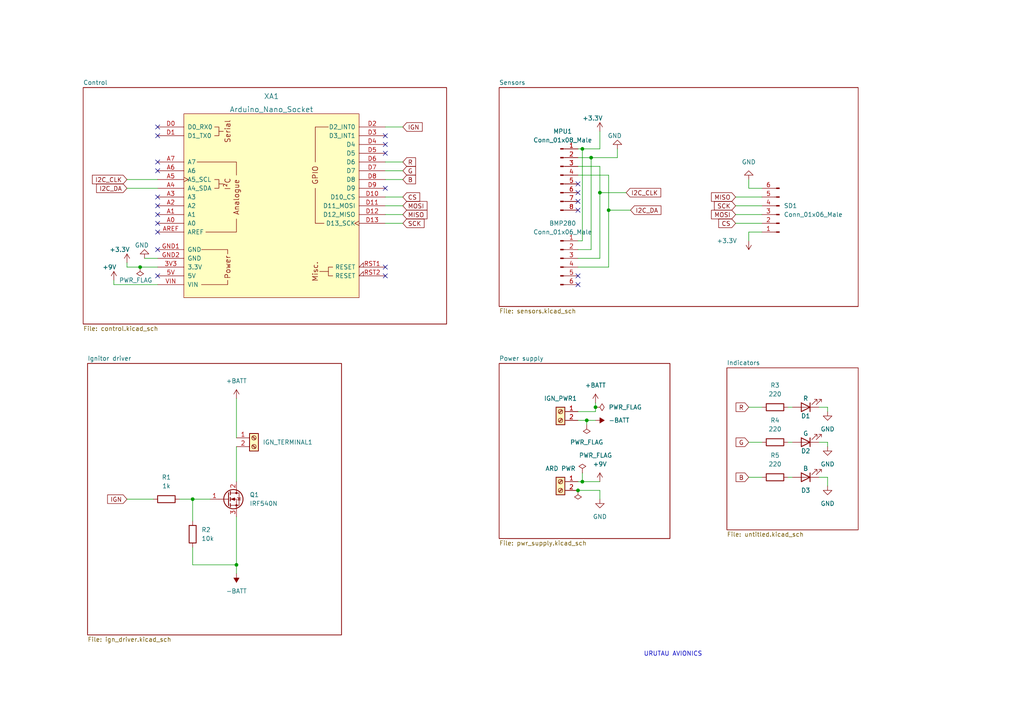
<source format=kicad_sch>
(kicad_sch (version 20211123) (generator eeschema)

  (uuid d406b97b-2c5e-44bd-93c3-89cd290fd5e7)

  (paper "A4")

  (lib_symbols
    (symbol "Connector:Conn_01x06_Male" (pin_names (offset 1.016) hide) (in_bom yes) (on_board yes)
      (property "Reference" "J" (id 0) (at 0 7.62 0)
        (effects (font (size 1.27 1.27)))
      )
      (property "Value" "Conn_01x06_Male" (id 1) (at 0 -10.16 0)
        (effects (font (size 1.27 1.27)))
      )
      (property "Footprint" "" (id 2) (at 0 0 0)
        (effects (font (size 1.27 1.27)) hide)
      )
      (property "Datasheet" "~" (id 3) (at 0 0 0)
        (effects (font (size 1.27 1.27)) hide)
      )
      (property "ki_keywords" "connector" (id 4) (at 0 0 0)
        (effects (font (size 1.27 1.27)) hide)
      )
      (property "ki_description" "Generic connector, single row, 01x06, script generated (kicad-library-utils/schlib/autogen/connector/)" (id 5) (at 0 0 0)
        (effects (font (size 1.27 1.27)) hide)
      )
      (property "ki_fp_filters" "Connector*:*_1x??_*" (id 6) (at 0 0 0)
        (effects (font (size 1.27 1.27)) hide)
      )
      (symbol "Conn_01x06_Male_1_1"
        (polyline
          (pts
            (xy 1.27 -7.62)
            (xy 0.8636 -7.62)
          )
          (stroke (width 0.1524) (type default) (color 0 0 0 0))
          (fill (type none))
        )
        (polyline
          (pts
            (xy 1.27 -5.08)
            (xy 0.8636 -5.08)
          )
          (stroke (width 0.1524) (type default) (color 0 0 0 0))
          (fill (type none))
        )
        (polyline
          (pts
            (xy 1.27 -2.54)
            (xy 0.8636 -2.54)
          )
          (stroke (width 0.1524) (type default) (color 0 0 0 0))
          (fill (type none))
        )
        (polyline
          (pts
            (xy 1.27 0)
            (xy 0.8636 0)
          )
          (stroke (width 0.1524) (type default) (color 0 0 0 0))
          (fill (type none))
        )
        (polyline
          (pts
            (xy 1.27 2.54)
            (xy 0.8636 2.54)
          )
          (stroke (width 0.1524) (type default) (color 0 0 0 0))
          (fill (type none))
        )
        (polyline
          (pts
            (xy 1.27 5.08)
            (xy 0.8636 5.08)
          )
          (stroke (width 0.1524) (type default) (color 0 0 0 0))
          (fill (type none))
        )
        (rectangle (start 0.8636 -7.493) (end 0 -7.747)
          (stroke (width 0.1524) (type default) (color 0 0 0 0))
          (fill (type outline))
        )
        (rectangle (start 0.8636 -4.953) (end 0 -5.207)
          (stroke (width 0.1524) (type default) (color 0 0 0 0))
          (fill (type outline))
        )
        (rectangle (start 0.8636 -2.413) (end 0 -2.667)
          (stroke (width 0.1524) (type default) (color 0 0 0 0))
          (fill (type outline))
        )
        (rectangle (start 0.8636 0.127) (end 0 -0.127)
          (stroke (width 0.1524) (type default) (color 0 0 0 0))
          (fill (type outline))
        )
        (rectangle (start 0.8636 2.667) (end 0 2.413)
          (stroke (width 0.1524) (type default) (color 0 0 0 0))
          (fill (type outline))
        )
        (rectangle (start 0.8636 5.207) (end 0 4.953)
          (stroke (width 0.1524) (type default) (color 0 0 0 0))
          (fill (type outline))
        )
        (pin passive line (at 5.08 5.08 180) (length 3.81)
          (name "Pin_1" (effects (font (size 1.27 1.27))))
          (number "1" (effects (font (size 1.27 1.27))))
        )
        (pin passive line (at 5.08 2.54 180) (length 3.81)
          (name "Pin_2" (effects (font (size 1.27 1.27))))
          (number "2" (effects (font (size 1.27 1.27))))
        )
        (pin passive line (at 5.08 0 180) (length 3.81)
          (name "Pin_3" (effects (font (size 1.27 1.27))))
          (number "3" (effects (font (size 1.27 1.27))))
        )
        (pin passive line (at 5.08 -2.54 180) (length 3.81)
          (name "Pin_4" (effects (font (size 1.27 1.27))))
          (number "4" (effects (font (size 1.27 1.27))))
        )
        (pin passive line (at 5.08 -5.08 180) (length 3.81)
          (name "Pin_5" (effects (font (size 1.27 1.27))))
          (number "5" (effects (font (size 1.27 1.27))))
        )
        (pin passive line (at 5.08 -7.62 180) (length 3.81)
          (name "Pin_6" (effects (font (size 1.27 1.27))))
          (number "6" (effects (font (size 1.27 1.27))))
        )
      )
    )
    (symbol "Connector:Conn_01x08_Male" (pin_names (offset 1.016) hide) (in_bom yes) (on_board yes)
      (property "Reference" "J" (id 0) (at 0 10.16 0)
        (effects (font (size 1.27 1.27)))
      )
      (property "Value" "Conn_01x08_Male" (id 1) (at 0 -12.7 0)
        (effects (font (size 1.27 1.27)))
      )
      (property "Footprint" "" (id 2) (at 0 0 0)
        (effects (font (size 1.27 1.27)) hide)
      )
      (property "Datasheet" "~" (id 3) (at 0 0 0)
        (effects (font (size 1.27 1.27)) hide)
      )
      (property "ki_keywords" "connector" (id 4) (at 0 0 0)
        (effects (font (size 1.27 1.27)) hide)
      )
      (property "ki_description" "Generic connector, single row, 01x08, script generated (kicad-library-utils/schlib/autogen/connector/)" (id 5) (at 0 0 0)
        (effects (font (size 1.27 1.27)) hide)
      )
      (property "ki_fp_filters" "Connector*:*_1x??_*" (id 6) (at 0 0 0)
        (effects (font (size 1.27 1.27)) hide)
      )
      (symbol "Conn_01x08_Male_1_1"
        (polyline
          (pts
            (xy 1.27 -10.16)
            (xy 0.8636 -10.16)
          )
          (stroke (width 0.1524) (type default) (color 0 0 0 0))
          (fill (type none))
        )
        (polyline
          (pts
            (xy 1.27 -7.62)
            (xy 0.8636 -7.62)
          )
          (stroke (width 0.1524) (type default) (color 0 0 0 0))
          (fill (type none))
        )
        (polyline
          (pts
            (xy 1.27 -5.08)
            (xy 0.8636 -5.08)
          )
          (stroke (width 0.1524) (type default) (color 0 0 0 0))
          (fill (type none))
        )
        (polyline
          (pts
            (xy 1.27 -2.54)
            (xy 0.8636 -2.54)
          )
          (stroke (width 0.1524) (type default) (color 0 0 0 0))
          (fill (type none))
        )
        (polyline
          (pts
            (xy 1.27 0)
            (xy 0.8636 0)
          )
          (stroke (width 0.1524) (type default) (color 0 0 0 0))
          (fill (type none))
        )
        (polyline
          (pts
            (xy 1.27 2.54)
            (xy 0.8636 2.54)
          )
          (stroke (width 0.1524) (type default) (color 0 0 0 0))
          (fill (type none))
        )
        (polyline
          (pts
            (xy 1.27 5.08)
            (xy 0.8636 5.08)
          )
          (stroke (width 0.1524) (type default) (color 0 0 0 0))
          (fill (type none))
        )
        (polyline
          (pts
            (xy 1.27 7.62)
            (xy 0.8636 7.62)
          )
          (stroke (width 0.1524) (type default) (color 0 0 0 0))
          (fill (type none))
        )
        (rectangle (start 0.8636 -10.033) (end 0 -10.287)
          (stroke (width 0.1524) (type default) (color 0 0 0 0))
          (fill (type outline))
        )
        (rectangle (start 0.8636 -7.493) (end 0 -7.747)
          (stroke (width 0.1524) (type default) (color 0 0 0 0))
          (fill (type outline))
        )
        (rectangle (start 0.8636 -4.953) (end 0 -5.207)
          (stroke (width 0.1524) (type default) (color 0 0 0 0))
          (fill (type outline))
        )
        (rectangle (start 0.8636 -2.413) (end 0 -2.667)
          (stroke (width 0.1524) (type default) (color 0 0 0 0))
          (fill (type outline))
        )
        (rectangle (start 0.8636 0.127) (end 0 -0.127)
          (stroke (width 0.1524) (type default) (color 0 0 0 0))
          (fill (type outline))
        )
        (rectangle (start 0.8636 2.667) (end 0 2.413)
          (stroke (width 0.1524) (type default) (color 0 0 0 0))
          (fill (type outline))
        )
        (rectangle (start 0.8636 5.207) (end 0 4.953)
          (stroke (width 0.1524) (type default) (color 0 0 0 0))
          (fill (type outline))
        )
        (rectangle (start 0.8636 7.747) (end 0 7.493)
          (stroke (width 0.1524) (type default) (color 0 0 0 0))
          (fill (type outline))
        )
        (pin passive line (at 5.08 7.62 180) (length 3.81)
          (name "Pin_1" (effects (font (size 1.27 1.27))))
          (number "1" (effects (font (size 1.27 1.27))))
        )
        (pin passive line (at 5.08 5.08 180) (length 3.81)
          (name "Pin_2" (effects (font (size 1.27 1.27))))
          (number "2" (effects (font (size 1.27 1.27))))
        )
        (pin passive line (at 5.08 2.54 180) (length 3.81)
          (name "Pin_3" (effects (font (size 1.27 1.27))))
          (number "3" (effects (font (size 1.27 1.27))))
        )
        (pin passive line (at 5.08 0 180) (length 3.81)
          (name "Pin_4" (effects (font (size 1.27 1.27))))
          (number "4" (effects (font (size 1.27 1.27))))
        )
        (pin passive line (at 5.08 -2.54 180) (length 3.81)
          (name "Pin_5" (effects (font (size 1.27 1.27))))
          (number "5" (effects (font (size 1.27 1.27))))
        )
        (pin passive line (at 5.08 -5.08 180) (length 3.81)
          (name "Pin_6" (effects (font (size 1.27 1.27))))
          (number "6" (effects (font (size 1.27 1.27))))
        )
        (pin passive line (at 5.08 -7.62 180) (length 3.81)
          (name "Pin_7" (effects (font (size 1.27 1.27))))
          (number "7" (effects (font (size 1.27 1.27))))
        )
        (pin passive line (at 5.08 -10.16 180) (length 3.81)
          (name "Pin_8" (effects (font (size 1.27 1.27))))
          (number "8" (effects (font (size 1.27 1.27))))
        )
      )
    )
    (symbol "Connector:Screw_Terminal_01x02" (pin_names (offset 1.016) hide) (in_bom yes) (on_board yes)
      (property "Reference" "J" (id 0) (at 0 2.54 0)
        (effects (font (size 1.27 1.27)))
      )
      (property "Value" "Screw_Terminal_01x02" (id 1) (at 0 -5.08 0)
        (effects (font (size 1.27 1.27)))
      )
      (property "Footprint" "" (id 2) (at 0 0 0)
        (effects (font (size 1.27 1.27)) hide)
      )
      (property "Datasheet" "~" (id 3) (at 0 0 0)
        (effects (font (size 1.27 1.27)) hide)
      )
      (property "ki_keywords" "screw terminal" (id 4) (at 0 0 0)
        (effects (font (size 1.27 1.27)) hide)
      )
      (property "ki_description" "Generic screw terminal, single row, 01x02, script generated (kicad-library-utils/schlib/autogen/connector/)" (id 5) (at 0 0 0)
        (effects (font (size 1.27 1.27)) hide)
      )
      (property "ki_fp_filters" "TerminalBlock*:*" (id 6) (at 0 0 0)
        (effects (font (size 1.27 1.27)) hide)
      )
      (symbol "Screw_Terminal_01x02_1_1"
        (rectangle (start -1.27 1.27) (end 1.27 -3.81)
          (stroke (width 0.254) (type default) (color 0 0 0 0))
          (fill (type background))
        )
        (circle (center 0 -2.54) (radius 0.635)
          (stroke (width 0.1524) (type default) (color 0 0 0 0))
          (fill (type none))
        )
        (polyline
          (pts
            (xy -0.5334 -2.2098)
            (xy 0.3302 -3.048)
          )
          (stroke (width 0.1524) (type default) (color 0 0 0 0))
          (fill (type none))
        )
        (polyline
          (pts
            (xy -0.5334 0.3302)
            (xy 0.3302 -0.508)
          )
          (stroke (width 0.1524) (type default) (color 0 0 0 0))
          (fill (type none))
        )
        (polyline
          (pts
            (xy -0.3556 -2.032)
            (xy 0.508 -2.8702)
          )
          (stroke (width 0.1524) (type default) (color 0 0 0 0))
          (fill (type none))
        )
        (polyline
          (pts
            (xy -0.3556 0.508)
            (xy 0.508 -0.3302)
          )
          (stroke (width 0.1524) (type default) (color 0 0 0 0))
          (fill (type none))
        )
        (circle (center 0 0) (radius 0.635)
          (stroke (width 0.1524) (type default) (color 0 0 0 0))
          (fill (type none))
        )
        (pin passive line (at -5.08 0 0) (length 3.81)
          (name "Pin_1" (effects (font (size 1.27 1.27))))
          (number "1" (effects (font (size 1.27 1.27))))
        )
        (pin passive line (at -5.08 -2.54 0) (length 3.81)
          (name "Pin_2" (effects (font (size 1.27 1.27))))
          (number "2" (effects (font (size 1.27 1.27))))
        )
      )
    )
    (symbol "Device:LED" (pin_numbers hide) (pin_names (offset 1.016) hide) (in_bom yes) (on_board yes)
      (property "Reference" "D" (id 0) (at 0 2.54 0)
        (effects (font (size 1.27 1.27)))
      )
      (property "Value" "LED" (id 1) (at 0 -2.54 0)
        (effects (font (size 1.27 1.27)))
      )
      (property "Footprint" "" (id 2) (at 0 0 0)
        (effects (font (size 1.27 1.27)) hide)
      )
      (property "Datasheet" "~" (id 3) (at 0 0 0)
        (effects (font (size 1.27 1.27)) hide)
      )
      (property "ki_keywords" "LED diode" (id 4) (at 0 0 0)
        (effects (font (size 1.27 1.27)) hide)
      )
      (property "ki_description" "Light emitting diode" (id 5) (at 0 0 0)
        (effects (font (size 1.27 1.27)) hide)
      )
      (property "ki_fp_filters" "LED* LED_SMD:* LED_THT:*" (id 6) (at 0 0 0)
        (effects (font (size 1.27 1.27)) hide)
      )
      (symbol "LED_0_1"
        (polyline
          (pts
            (xy -1.27 -1.27)
            (xy -1.27 1.27)
          )
          (stroke (width 0.254) (type default) (color 0 0 0 0))
          (fill (type none))
        )
        (polyline
          (pts
            (xy -1.27 0)
            (xy 1.27 0)
          )
          (stroke (width 0) (type default) (color 0 0 0 0))
          (fill (type none))
        )
        (polyline
          (pts
            (xy 1.27 -1.27)
            (xy 1.27 1.27)
            (xy -1.27 0)
            (xy 1.27 -1.27)
          )
          (stroke (width 0.254) (type default) (color 0 0 0 0))
          (fill (type none))
        )
        (polyline
          (pts
            (xy -3.048 -0.762)
            (xy -4.572 -2.286)
            (xy -3.81 -2.286)
            (xy -4.572 -2.286)
            (xy -4.572 -1.524)
          )
          (stroke (width 0) (type default) (color 0 0 0 0))
          (fill (type none))
        )
        (polyline
          (pts
            (xy -1.778 -0.762)
            (xy -3.302 -2.286)
            (xy -2.54 -2.286)
            (xy -3.302 -2.286)
            (xy -3.302 -1.524)
          )
          (stroke (width 0) (type default) (color 0 0 0 0))
          (fill (type none))
        )
      )
      (symbol "LED_1_1"
        (pin passive line (at -3.81 0 0) (length 2.54)
          (name "K" (effects (font (size 1.27 1.27))))
          (number "1" (effects (font (size 1.27 1.27))))
        )
        (pin passive line (at 3.81 0 180) (length 2.54)
          (name "A" (effects (font (size 1.27 1.27))))
          (number "2" (effects (font (size 1.27 1.27))))
        )
      )
    )
    (symbol "Device:R" (pin_numbers hide) (pin_names (offset 0)) (in_bom yes) (on_board yes)
      (property "Reference" "R" (id 0) (at 2.032 0 90)
        (effects (font (size 1.27 1.27)))
      )
      (property "Value" "R" (id 1) (at 0 0 90)
        (effects (font (size 1.27 1.27)))
      )
      (property "Footprint" "" (id 2) (at -1.778 0 90)
        (effects (font (size 1.27 1.27)) hide)
      )
      (property "Datasheet" "~" (id 3) (at 0 0 0)
        (effects (font (size 1.27 1.27)) hide)
      )
      (property "ki_keywords" "R res resistor" (id 4) (at 0 0 0)
        (effects (font (size 1.27 1.27)) hide)
      )
      (property "ki_description" "Resistor" (id 5) (at 0 0 0)
        (effects (font (size 1.27 1.27)) hide)
      )
      (property "ki_fp_filters" "R_*" (id 6) (at 0 0 0)
        (effects (font (size 1.27 1.27)) hide)
      )
      (symbol "R_0_1"
        (rectangle (start -1.016 -2.54) (end 1.016 2.54)
          (stroke (width 0.254) (type default) (color 0 0 0 0))
          (fill (type none))
        )
      )
      (symbol "R_1_1"
        (pin passive line (at 0 3.81 270) (length 1.27)
          (name "~" (effects (font (size 1.27 1.27))))
          (number "1" (effects (font (size 1.27 1.27))))
        )
        (pin passive line (at 0 -3.81 90) (length 1.27)
          (name "~" (effects (font (size 1.27 1.27))))
          (number "2" (effects (font (size 1.27 1.27))))
        )
      )
    )
    (symbol "Transistor_FET:IRF540N" (pin_names hide) (in_bom yes) (on_board yes)
      (property "Reference" "Q" (id 0) (at 6.35 1.905 0)
        (effects (font (size 1.27 1.27)) (justify left))
      )
      (property "Value" "IRF540N" (id 1) (at 6.35 0 0)
        (effects (font (size 1.27 1.27)) (justify left))
      )
      (property "Footprint" "Package_TO_SOT_THT:TO-220-3_Vertical" (id 2) (at 6.35 -1.905 0)
        (effects (font (size 1.27 1.27) italic) (justify left) hide)
      )
      (property "Datasheet" "http://www.irf.com/product-info/datasheets/data/irf540n.pdf" (id 3) (at 0 0 0)
        (effects (font (size 1.27 1.27)) (justify left) hide)
      )
      (property "ki_keywords" "HEXFET N-Channel MOSFET" (id 4) (at 0 0 0)
        (effects (font (size 1.27 1.27)) hide)
      )
      (property "ki_description" "33A Id, 100V Vds, HEXFET N-Channel MOSFET, TO-220" (id 5) (at 0 0 0)
        (effects (font (size 1.27 1.27)) hide)
      )
      (property "ki_fp_filters" "TO?220*" (id 6) (at 0 0 0)
        (effects (font (size 1.27 1.27)) hide)
      )
      (symbol "IRF540N_0_1"
        (polyline
          (pts
            (xy 0.254 0)
            (xy -2.54 0)
          )
          (stroke (width 0) (type default) (color 0 0 0 0))
          (fill (type none))
        )
        (polyline
          (pts
            (xy 0.254 1.905)
            (xy 0.254 -1.905)
          )
          (stroke (width 0.254) (type default) (color 0 0 0 0))
          (fill (type none))
        )
        (polyline
          (pts
            (xy 0.762 -1.27)
            (xy 0.762 -2.286)
          )
          (stroke (width 0.254) (type default) (color 0 0 0 0))
          (fill (type none))
        )
        (polyline
          (pts
            (xy 0.762 0.508)
            (xy 0.762 -0.508)
          )
          (stroke (width 0.254) (type default) (color 0 0 0 0))
          (fill (type none))
        )
        (polyline
          (pts
            (xy 0.762 2.286)
            (xy 0.762 1.27)
          )
          (stroke (width 0.254) (type default) (color 0 0 0 0))
          (fill (type none))
        )
        (polyline
          (pts
            (xy 2.54 2.54)
            (xy 2.54 1.778)
          )
          (stroke (width 0) (type default) (color 0 0 0 0))
          (fill (type none))
        )
        (polyline
          (pts
            (xy 2.54 -2.54)
            (xy 2.54 0)
            (xy 0.762 0)
          )
          (stroke (width 0) (type default) (color 0 0 0 0))
          (fill (type none))
        )
        (polyline
          (pts
            (xy 0.762 -1.778)
            (xy 3.302 -1.778)
            (xy 3.302 1.778)
            (xy 0.762 1.778)
          )
          (stroke (width 0) (type default) (color 0 0 0 0))
          (fill (type none))
        )
        (polyline
          (pts
            (xy 1.016 0)
            (xy 2.032 0.381)
            (xy 2.032 -0.381)
            (xy 1.016 0)
          )
          (stroke (width 0) (type default) (color 0 0 0 0))
          (fill (type outline))
        )
        (polyline
          (pts
            (xy 2.794 0.508)
            (xy 2.921 0.381)
            (xy 3.683 0.381)
            (xy 3.81 0.254)
          )
          (stroke (width 0) (type default) (color 0 0 0 0))
          (fill (type none))
        )
        (polyline
          (pts
            (xy 3.302 0.381)
            (xy 2.921 -0.254)
            (xy 3.683 -0.254)
            (xy 3.302 0.381)
          )
          (stroke (width 0) (type default) (color 0 0 0 0))
          (fill (type none))
        )
        (circle (center 1.651 0) (radius 2.794)
          (stroke (width 0.254) (type default) (color 0 0 0 0))
          (fill (type none))
        )
        (circle (center 2.54 -1.778) (radius 0.254)
          (stroke (width 0) (type default) (color 0 0 0 0))
          (fill (type outline))
        )
        (circle (center 2.54 1.778) (radius 0.254)
          (stroke (width 0) (type default) (color 0 0 0 0))
          (fill (type outline))
        )
      )
      (symbol "IRF540N_1_1"
        (pin input line (at -5.08 0 0) (length 2.54)
          (name "G" (effects (font (size 1.27 1.27))))
          (number "1" (effects (font (size 1.27 1.27))))
        )
        (pin passive line (at 2.54 5.08 270) (length 2.54)
          (name "D" (effects (font (size 1.27 1.27))))
          (number "2" (effects (font (size 1.27 1.27))))
        )
        (pin passive line (at 2.54 -5.08 90) (length 2.54)
          (name "S" (effects (font (size 1.27 1.27))))
          (number "3" (effects (font (size 1.27 1.27))))
        )
      )
    )
    (symbol "arduino:Arduino_Nano_Socket" (pin_names (offset 1.016)) (in_bom yes) (on_board yes)
      (property "Reference" "XA" (id 0) (at 2.54 0 90)
        (effects (font (size 1.524 1.524)))
      )
      (property "Value" "Arduino_Nano_Socket" (id 1) (at -2.54 0 90)
        (effects (font (size 1.524 1.524)))
      )
      (property "Footprint" "" (id 2) (at 45.72 95.25 0)
        (effects (font (size 1.524 1.524)) hide)
      )
      (property "Datasheet" "https://store.arduino.cc/arduino-nano" (id 3) (at 45.72 95.25 0)
        (effects (font (size 1.524 1.524)) hide)
      )
      (property "ki_keywords" "Arduino MPU Shield" (id 4) (at 0 0 0)
        (effects (font (size 1.27 1.27)) hide)
      )
      (property "ki_description" "Socket for Arduino Nano" (id 5) (at 0 0 0)
        (effects (font (size 1.27 1.27)) hide)
      )
      (property "ki_fp_filters" "Arduino_Nano_Socket" (id 6) (at 0 0 0)
        (effects (font (size 1.27 1.27)) hide)
      )
      (symbol "Arduino_Nano_Socket_0_0"
        (rectangle (start -25.4 26.67) (end 25.4 -26.67)
          (stroke (width 0) (type default) (color 0 0 0 0))
          (fill (type background))
        )
        (polyline
          (pts
            (xy -15.24 6.35)
            (xy -13.97 6.35)
          )
          (stroke (width 0) (type default) (color 0 0 0 0))
          (fill (type none))
        )
        (polyline
          (pts
            (xy -15.24 21.59)
            (xy -13.97 21.59)
          )
          (stroke (width 0) (type default) (color 0 0 0 0))
          (fill (type none))
        )
        (polyline
          (pts
            (xy 16.51 -19.05)
            (xy 13.97 -19.05)
          )
          (stroke (width 0) (type default) (color 0 0 0 0))
          (fill (type none))
        )
        (polyline
          (pts
            (xy -20.32 -22.86)
            (xy -12.7 -22.86)
            (xy -12.7 -21.59)
          )
          (stroke (width 0) (type default) (color 0 0 0 0))
          (fill (type none))
        )
        (polyline
          (pts
            (xy -12.7 -13.97)
            (xy -12.7 -12.7)
            (xy -20.32 -12.7)
          )
          (stroke (width 0) (type default) (color 0 0 0 0))
          (fill (type none))
        )
        (polyline
          (pts
            (xy -16.51 7.62)
            (xy -15.24 7.62)
            (xy -15.24 5.08)
            (xy -16.51 5.08)
          )
          (stroke (width 0) (type default) (color 0 0 0 0))
          (fill (type none))
        )
        (polyline
          (pts
            (xy -16.51 22.86)
            (xy -15.24 22.86)
            (xy -15.24 20.32)
            (xy -16.51 20.32)
          )
          (stroke (width 0) (type default) (color 0 0 0 0))
          (fill (type none))
        )
        (text "Analogue" (at -10.16 2.54 900)
          (effects (font (size 1.524 1.524)))
        )
        (text "I²C" (at -12.7 6.35 900)
          (effects (font (size 1.524 1.524)))
        )
        (text "Misc." (at 12.7 -19.05 900)
          (effects (font (size 1.524 1.524)))
        )
        (text "Power" (at -12.7 -17.78 900)
          (effects (font (size 1.524 1.524)))
        )
        (text "Serial" (at -12.7 21.59 900)
          (effects (font (size 1.524 1.524)))
        )
      )
      (symbol "Arduino_Nano_Socket_0_1"
        (polyline
          (pts
            (xy -21.59 12.7)
            (xy -10.16 12.7)
            (xy -10.16 8.89)
          )
          (stroke (width 0) (type default) (color 0 0 0 0))
          (fill (type none))
        )
        (polyline
          (pts
            (xy -19.05 -7.62)
            (xy -10.16 -7.62)
            (xy -10.16 -3.81)
          )
          (stroke (width 0) (type default) (color 0 0 0 0))
          (fill (type none))
        )
        (polyline
          (pts
            (xy 15.24 -5.08)
            (xy 12.7 -5.08)
            (xy 12.7 5.08)
          )
          (stroke (width 0) (type default) (color 0 0 0 0))
          (fill (type none))
        )
        (polyline
          (pts
            (xy 16.51 22.86)
            (xy 12.7 22.86)
            (xy 12.7 12.7)
          )
          (stroke (width 0) (type default) (color 0 0 0 0))
          (fill (type none))
        )
        (polyline
          (pts
            (xy 17.78 -17.78)
            (xy 16.51 -17.78)
            (xy 16.51 -20.32)
            (xy 17.78 -20.32)
          )
          (stroke (width 0) (type default) (color 0 0 0 0))
          (fill (type none))
        )
      )
      (symbol "Arduino_Nano_Socket_1_0"
        (text "GPIO" (at 12.7 8.89 900)
          (effects (font (size 1.524 1.524)))
        )
      )
      (symbol "Arduino_Nano_Socket_1_1"
        (pin power_in line (at -33.02 -17.78 0) (length 7.62)
          (name "3.3V" (effects (font (size 1.27 1.27))))
          (number "3V3" (effects (font (size 1.27 1.27))))
        )
        (pin power_in line (at -33.02 -20.32 0) (length 7.62)
          (name "5V" (effects (font (size 1.27 1.27))))
          (number "5V" (effects (font (size 1.27 1.27))))
        )
        (pin bidirectional line (at -33.02 -5.08 0) (length 7.62)
          (name "A0" (effects (font (size 1.27 1.27))))
          (number "A0" (effects (font (size 1.27 1.27))))
        )
        (pin bidirectional line (at -33.02 -2.54 0) (length 7.62)
          (name "A1" (effects (font (size 1.27 1.27))))
          (number "A1" (effects (font (size 1.27 1.27))))
        )
        (pin bidirectional line (at -33.02 0 0) (length 7.62)
          (name "A2" (effects (font (size 1.27 1.27))))
          (number "A2" (effects (font (size 1.27 1.27))))
        )
        (pin bidirectional line (at -33.02 2.54 0) (length 7.62)
          (name "A3" (effects (font (size 1.27 1.27))))
          (number "A3" (effects (font (size 1.27 1.27))))
        )
        (pin bidirectional line (at -33.02 5.08 0) (length 7.62)
          (name "A4_SDA" (effects (font (size 1.27 1.27))))
          (number "A4" (effects (font (size 1.27 1.27))))
        )
        (pin bidirectional clock (at -33.02 7.62 0) (length 7.62)
          (name "A5_SCL" (effects (font (size 1.27 1.27))))
          (number "A5" (effects (font (size 1.27 1.27))))
        )
        (pin input line (at -33.02 10.16 0) (length 7.62)
          (name "A6" (effects (font (size 1.27 1.27))))
          (number "A6" (effects (font (size 1.27 1.27))))
        )
        (pin input line (at -33.02 12.7 0) (length 7.62)
          (name "A7" (effects (font (size 1.27 1.27))))
          (number "A7" (effects (font (size 1.27 1.27))))
        )
        (pin input line (at -33.02 -7.62 0) (length 7.62)
          (name "AREF" (effects (font (size 1.27 1.27))))
          (number "AREF" (effects (font (size 1.27 1.27))))
        )
        (pin bidirectional line (at -33.02 22.86 0) (length 7.62)
          (name "D0_RX0" (effects (font (size 1.27 1.27))))
          (number "D0" (effects (font (size 1.27 1.27))))
        )
        (pin bidirectional line (at -33.02 20.32 0) (length 7.62)
          (name "D1_TX0" (effects (font (size 1.27 1.27))))
          (number "D1" (effects (font (size 1.27 1.27))))
        )
        (pin bidirectional line (at 33.02 2.54 180) (length 7.62)
          (name "D10_CS" (effects (font (size 1.27 1.27))))
          (number "D10" (effects (font (size 1.27 1.27))))
        )
        (pin bidirectional line (at 33.02 0 180) (length 7.62)
          (name "D11_MOSI" (effects (font (size 1.27 1.27))))
          (number "D11" (effects (font (size 1.27 1.27))))
        )
        (pin bidirectional line (at 33.02 -2.54 180) (length 7.62)
          (name "D12_MISO" (effects (font (size 1.27 1.27))))
          (number "D12" (effects (font (size 1.27 1.27))))
        )
        (pin bidirectional clock (at 33.02 -5.08 180) (length 7.62)
          (name "D13_SCK" (effects (font (size 1.27 1.27))))
          (number "D13" (effects (font (size 1.27 1.27))))
        )
        (pin bidirectional line (at 33.02 22.86 180) (length 7.62)
          (name "D2_INT0" (effects (font (size 1.27 1.27))))
          (number "D2" (effects (font (size 1.27 1.27))))
        )
        (pin bidirectional line (at 33.02 20.32 180) (length 7.62)
          (name "D3_INT1" (effects (font (size 1.27 1.27))))
          (number "D3" (effects (font (size 1.27 1.27))))
        )
        (pin bidirectional line (at 33.02 17.78 180) (length 7.62)
          (name "D4" (effects (font (size 1.27 1.27))))
          (number "D4" (effects (font (size 1.27 1.27))))
        )
        (pin bidirectional line (at 33.02 15.24 180) (length 7.62)
          (name "D5" (effects (font (size 1.27 1.27))))
          (number "D5" (effects (font (size 1.27 1.27))))
        )
        (pin bidirectional line (at 33.02 12.7 180) (length 7.62)
          (name "D6" (effects (font (size 1.27 1.27))))
          (number "D6" (effects (font (size 1.27 1.27))))
        )
        (pin bidirectional line (at 33.02 10.16 180) (length 7.62)
          (name "D7" (effects (font (size 1.27 1.27))))
          (number "D7" (effects (font (size 1.27 1.27))))
        )
        (pin bidirectional line (at 33.02 7.62 180) (length 7.62)
          (name "D8" (effects (font (size 1.27 1.27))))
          (number "D8" (effects (font (size 1.27 1.27))))
        )
        (pin bidirectional line (at 33.02 5.08 180) (length 7.62)
          (name "D9" (effects (font (size 1.27 1.27))))
          (number "D9" (effects (font (size 1.27 1.27))))
        )
        (pin power_in line (at -33.02 -12.7 0) (length 7.62)
          (name "GND" (effects (font (size 1.27 1.27))))
          (number "GND1" (effects (font (size 1.27 1.27))))
        )
        (pin power_in line (at -33.02 -15.24 0) (length 7.62)
          (name "GND" (effects (font (size 1.27 1.27))))
          (number "GND2" (effects (font (size 1.27 1.27))))
        )
        (pin open_collector input_low (at 33.02 -17.78 180) (length 7.62)
          (name "RESET" (effects (font (size 1.27 1.27))))
          (number "RST1" (effects (font (size 1.27 1.27))))
        )
        (pin open_collector input_low (at 33.02 -20.32 180) (length 7.62)
          (name "RESET" (effects (font (size 1.27 1.27))))
          (number "RST2" (effects (font (size 1.27 1.27))))
        )
        (pin power_in line (at -33.02 -22.86 0) (length 7.62)
          (name "VIN" (effects (font (size 1.27 1.27))))
          (number "VIN" (effects (font (size 1.27 1.27))))
        )
      )
    )
    (symbol "power:+3.3V" (power) (pin_names (offset 0)) (in_bom yes) (on_board yes)
      (property "Reference" "#PWR" (id 0) (at 0 -3.81 0)
        (effects (font (size 1.27 1.27)) hide)
      )
      (property "Value" "+3.3V" (id 1) (at 0 3.556 0)
        (effects (font (size 1.27 1.27)))
      )
      (property "Footprint" "" (id 2) (at 0 0 0)
        (effects (font (size 1.27 1.27)) hide)
      )
      (property "Datasheet" "" (id 3) (at 0 0 0)
        (effects (font (size 1.27 1.27)) hide)
      )
      (property "ki_keywords" "power-flag" (id 4) (at 0 0 0)
        (effects (font (size 1.27 1.27)) hide)
      )
      (property "ki_description" "Power symbol creates a global label with name \"+3.3V\"" (id 5) (at 0 0 0)
        (effects (font (size 1.27 1.27)) hide)
      )
      (symbol "+3.3V_0_1"
        (polyline
          (pts
            (xy -0.762 1.27)
            (xy 0 2.54)
          )
          (stroke (width 0) (type default) (color 0 0 0 0))
          (fill (type none))
        )
        (polyline
          (pts
            (xy 0 0)
            (xy 0 2.54)
          )
          (stroke (width 0) (type default) (color 0 0 0 0))
          (fill (type none))
        )
        (polyline
          (pts
            (xy 0 2.54)
            (xy 0.762 1.27)
          )
          (stroke (width 0) (type default) (color 0 0 0 0))
          (fill (type none))
        )
      )
      (symbol "+3.3V_1_1"
        (pin power_in line (at 0 0 90) (length 0) hide
          (name "+3.3V" (effects (font (size 1.27 1.27))))
          (number "1" (effects (font (size 1.27 1.27))))
        )
      )
    )
    (symbol "power:+9V" (power) (pin_names (offset 0)) (in_bom yes) (on_board yes)
      (property "Reference" "#PWR" (id 0) (at 0 -3.81 0)
        (effects (font (size 1.27 1.27)) hide)
      )
      (property "Value" "+9V" (id 1) (at 0 3.556 0)
        (effects (font (size 1.27 1.27)))
      )
      (property "Footprint" "" (id 2) (at 0 0 0)
        (effects (font (size 1.27 1.27)) hide)
      )
      (property "Datasheet" "" (id 3) (at 0 0 0)
        (effects (font (size 1.27 1.27)) hide)
      )
      (property "ki_keywords" "power-flag" (id 4) (at 0 0 0)
        (effects (font (size 1.27 1.27)) hide)
      )
      (property "ki_description" "Power symbol creates a global label with name \"+9V\"" (id 5) (at 0 0 0)
        (effects (font (size 1.27 1.27)) hide)
      )
      (symbol "+9V_0_1"
        (polyline
          (pts
            (xy -0.762 1.27)
            (xy 0 2.54)
          )
          (stroke (width 0) (type default) (color 0 0 0 0))
          (fill (type none))
        )
        (polyline
          (pts
            (xy 0 0)
            (xy 0 2.54)
          )
          (stroke (width 0) (type default) (color 0 0 0 0))
          (fill (type none))
        )
        (polyline
          (pts
            (xy 0 2.54)
            (xy 0.762 1.27)
          )
          (stroke (width 0) (type default) (color 0 0 0 0))
          (fill (type none))
        )
      )
      (symbol "+9V_1_1"
        (pin power_in line (at 0 0 90) (length 0) hide
          (name "+9V" (effects (font (size 1.27 1.27))))
          (number "1" (effects (font (size 1.27 1.27))))
        )
      )
    )
    (symbol "power:+BATT" (power) (pin_names (offset 0)) (in_bom yes) (on_board yes)
      (property "Reference" "#PWR" (id 0) (at 0 -3.81 0)
        (effects (font (size 1.27 1.27)) hide)
      )
      (property "Value" "+BATT" (id 1) (at 0 3.556 0)
        (effects (font (size 1.27 1.27)))
      )
      (property "Footprint" "" (id 2) (at 0 0 0)
        (effects (font (size 1.27 1.27)) hide)
      )
      (property "Datasheet" "" (id 3) (at 0 0 0)
        (effects (font (size 1.27 1.27)) hide)
      )
      (property "ki_keywords" "power-flag battery" (id 4) (at 0 0 0)
        (effects (font (size 1.27 1.27)) hide)
      )
      (property "ki_description" "Power symbol creates a global label with name \"+BATT\"" (id 5) (at 0 0 0)
        (effects (font (size 1.27 1.27)) hide)
      )
      (symbol "+BATT_0_1"
        (polyline
          (pts
            (xy -0.762 1.27)
            (xy 0 2.54)
          )
          (stroke (width 0) (type default) (color 0 0 0 0))
          (fill (type none))
        )
        (polyline
          (pts
            (xy 0 0)
            (xy 0 2.54)
          )
          (stroke (width 0) (type default) (color 0 0 0 0))
          (fill (type none))
        )
        (polyline
          (pts
            (xy 0 2.54)
            (xy 0.762 1.27)
          )
          (stroke (width 0) (type default) (color 0 0 0 0))
          (fill (type none))
        )
      )
      (symbol "+BATT_1_1"
        (pin power_in line (at 0 0 90) (length 0) hide
          (name "+BATT" (effects (font (size 1.27 1.27))))
          (number "1" (effects (font (size 1.27 1.27))))
        )
      )
    )
    (symbol "power:-BATT" (power) (pin_names (offset 0)) (in_bom yes) (on_board yes)
      (property "Reference" "#PWR" (id 0) (at 0 -3.81 0)
        (effects (font (size 1.27 1.27)) hide)
      )
      (property "Value" "-BATT" (id 1) (at 0 3.556 0)
        (effects (font (size 1.27 1.27)))
      )
      (property "Footprint" "" (id 2) (at 0 0 0)
        (effects (font (size 1.27 1.27)) hide)
      )
      (property "Datasheet" "" (id 3) (at 0 0 0)
        (effects (font (size 1.27 1.27)) hide)
      )
      (property "ki_keywords" "power-flag battery" (id 4) (at 0 0 0)
        (effects (font (size 1.27 1.27)) hide)
      )
      (property "ki_description" "Power symbol creates a global label with name \"-BATT\"" (id 5) (at 0 0 0)
        (effects (font (size 1.27 1.27)) hide)
      )
      (symbol "-BATT_0_1"
        (polyline
          (pts
            (xy 0 0)
            (xy 0 2.54)
          )
          (stroke (width 0) (type default) (color 0 0 0 0))
          (fill (type none))
        )
        (polyline
          (pts
            (xy 0.762 1.27)
            (xy -0.762 1.27)
            (xy 0 2.54)
            (xy 0.762 1.27)
          )
          (stroke (width 0) (type default) (color 0 0 0 0))
          (fill (type outline))
        )
      )
      (symbol "-BATT_1_1"
        (pin power_in line (at 0 0 90) (length 0) hide
          (name "-BATT" (effects (font (size 1.27 1.27))))
          (number "1" (effects (font (size 1.27 1.27))))
        )
      )
    )
    (symbol "power:GND" (power) (pin_names (offset 0)) (in_bom yes) (on_board yes)
      (property "Reference" "#PWR" (id 0) (at 0 -6.35 0)
        (effects (font (size 1.27 1.27)) hide)
      )
      (property "Value" "GND" (id 1) (at 0 -3.81 0)
        (effects (font (size 1.27 1.27)))
      )
      (property "Footprint" "" (id 2) (at 0 0 0)
        (effects (font (size 1.27 1.27)) hide)
      )
      (property "Datasheet" "" (id 3) (at 0 0 0)
        (effects (font (size 1.27 1.27)) hide)
      )
      (property "ki_keywords" "power-flag" (id 4) (at 0 0 0)
        (effects (font (size 1.27 1.27)) hide)
      )
      (property "ki_description" "Power symbol creates a global label with name \"GND\" , ground" (id 5) (at 0 0 0)
        (effects (font (size 1.27 1.27)) hide)
      )
      (symbol "GND_0_1"
        (polyline
          (pts
            (xy 0 0)
            (xy 0 -1.27)
            (xy 1.27 -1.27)
            (xy 0 -2.54)
            (xy -1.27 -1.27)
            (xy 0 -1.27)
          )
          (stroke (width 0) (type default) (color 0 0 0 0))
          (fill (type none))
        )
      )
      (symbol "GND_1_1"
        (pin power_in line (at 0 0 270) (length 0) hide
          (name "GND" (effects (font (size 1.27 1.27))))
          (number "1" (effects (font (size 1.27 1.27))))
        )
      )
    )
    (symbol "power:PWR_FLAG" (power) (pin_numbers hide) (pin_names (offset 0) hide) (in_bom yes) (on_board yes)
      (property "Reference" "#FLG" (id 0) (at 0 1.905 0)
        (effects (font (size 1.27 1.27)) hide)
      )
      (property "Value" "PWR_FLAG" (id 1) (at 0 3.81 0)
        (effects (font (size 1.27 1.27)))
      )
      (property "Footprint" "" (id 2) (at 0 0 0)
        (effects (font (size 1.27 1.27)) hide)
      )
      (property "Datasheet" "~" (id 3) (at 0 0 0)
        (effects (font (size 1.27 1.27)) hide)
      )
      (property "ki_keywords" "power-flag" (id 4) (at 0 0 0)
        (effects (font (size 1.27 1.27)) hide)
      )
      (property "ki_description" "Special symbol for telling ERC where power comes from" (id 5) (at 0 0 0)
        (effects (font (size 1.27 1.27)) hide)
      )
      (symbol "PWR_FLAG_0_0"
        (pin power_out line (at 0 0 90) (length 0)
          (name "pwr" (effects (font (size 1.27 1.27))))
          (number "1" (effects (font (size 1.27 1.27))))
        )
      )
      (symbol "PWR_FLAG_0_1"
        (polyline
          (pts
            (xy 0 0)
            (xy 0 1.27)
            (xy -1.016 1.905)
            (xy 0 2.54)
            (xy 1.016 1.905)
            (xy 0 1.27)
          )
          (stroke (width 0) (type default) (color 0 0 0 0))
          (fill (type none))
        )
      )
    )
  )

  (junction (at 68.58 163.83) (diameter 0) (color 0 0 0 0)
    (uuid 3851e1bd-f99d-49f8-b415-0b5c9be9dedb)
  )
  (junction (at 170.18 121.92) (diameter 0) (color 0 0 0 0)
    (uuid 577e14d8-932c-42b0-bb0f-c663659ca118)
  )
  (junction (at 176.53 60.96) (diameter 0) (color 0 0 0 0)
    (uuid 5fc5e784-b0f1-49c8-a085-9e463fdd2733)
  )
  (junction (at 173.99 55.88) (diameter 0) (color 0 0 0 0)
    (uuid 7dee756c-e8ab-47b0-a09b-9c9f8c0c4d62)
  )
  (junction (at 55.88 144.78) (diameter 0) (color 0 0 0 0)
    (uuid 808d0d7c-cacd-4b8e-9342-bc0bb263112b)
  )
  (junction (at 167.64 142.24) (diameter 0) (color 0 0 0 0)
    (uuid 8477392a-d6b0-4505-841c-7aa4ee0455fe)
  )
  (junction (at 172.72 118.11) (diameter 0) (color 0 0 0 0)
    (uuid ad866e86-17fe-4f13-8264-43e0bad9c25e)
  )
  (junction (at 171.45 45.72) (diameter 0) (color 0 0 0 0)
    (uuid c64bd0fc-fd5b-423d-b2a1-ecea2173c9c8)
  )
  (junction (at 168.91 139.7) (diameter 0) (color 0 0 0 0)
    (uuid cce1d6da-767b-4b2f-8e10-2703467315d8)
  )
  (junction (at 168.91 43.18) (diameter 0) (color 0 0 0 0)
    (uuid cdc96b61-84fb-4da4-a2f7-8e88fa02ae45)
  )
  (junction (at 40.64 77.47) (diameter 0) (color 0 0 0 0)
    (uuid d6e44a19-01ed-4317-a29f-c7df38b08ac0)
  )

  (no_connect (at 45.72 36.83) (uuid 5533a169-7201-4d07-9e43-8c28bf2781cd))
  (no_connect (at 45.72 39.37) (uuid 5533a169-7201-4d07-9e43-8c28bf2781ce))
  (no_connect (at 45.72 46.99) (uuid 5533a169-7201-4d07-9e43-8c28bf2781cf))
  (no_connect (at 45.72 49.53) (uuid 5533a169-7201-4d07-9e43-8c28bf2781d0))
  (no_connect (at 45.72 57.15) (uuid 5533a169-7201-4d07-9e43-8c28bf2781d1))
  (no_connect (at 45.72 59.69) (uuid 5533a169-7201-4d07-9e43-8c28bf2781d2))
  (no_connect (at 45.72 62.23) (uuid 5533a169-7201-4d07-9e43-8c28bf2781d3))
  (no_connect (at 45.72 64.77) (uuid 5533a169-7201-4d07-9e43-8c28bf2781d4))
  (no_connect (at 45.72 67.31) (uuid 5533a169-7201-4d07-9e43-8c28bf2781d5))
  (no_connect (at 111.76 80.01) (uuid 5533a169-7201-4d07-9e43-8c28bf2781d8))
  (no_connect (at 111.76 77.47) (uuid 5533a169-7201-4d07-9e43-8c28bf2781d9))
  (no_connect (at 111.76 44.45) (uuid 5533a169-7201-4d07-9e43-8c28bf2781e3))
  (no_connect (at 111.76 41.91) (uuid 5533a169-7201-4d07-9e43-8c28bf2781e4))
  (no_connect (at 111.76 39.37) (uuid 5533a169-7201-4d07-9e43-8c28bf2781e5))
  (no_connect (at 45.72 80.01) (uuid 5697dbc3-74ad-4a09-9dad-eb679d17ae86))
  (no_connect (at 45.72 72.39) (uuid 6f1b4357-d5a7-4e09-aceb-7cff22403036))
  (no_connect (at 167.64 53.34) (uuid 7ea41c32-3dc7-4b32-ae8d-2c1aa6a4da34))
  (no_connect (at 167.64 55.88) (uuid 7ea41c32-3dc7-4b32-ae8d-2c1aa6a4da35))
  (no_connect (at 167.64 58.42) (uuid 7ea41c32-3dc7-4b32-ae8d-2c1aa6a4da36))
  (no_connect (at 167.64 60.96) (uuid 7ea41c32-3dc7-4b32-ae8d-2c1aa6a4da37))
  (no_connect (at 167.64 80.01) (uuid 7ea41c32-3dc7-4b32-ae8d-2c1aa6a4da38))
  (no_connect (at 167.64 82.55) (uuid 7ea41c32-3dc7-4b32-ae8d-2c1aa6a4da39))
  (no_connect (at 111.76 54.61) (uuid b89952fe-981a-45a5-aa84-1e6c1b5c509b))

  (wire (pts (xy 111.76 49.53) (xy 116.84 49.53))
    (stroke (width 0) (type default) (color 0 0 0 0))
    (uuid 035437fb-1ff9-468a-ad71-5c659f1a9425)
  )
  (wire (pts (xy 40.64 77.47) (xy 45.72 77.47))
    (stroke (width 0) (type default) (color 0 0 0 0))
    (uuid 0a613408-202f-4652-a1b0-87c3c920845d)
  )
  (wire (pts (xy 45.72 82.55) (xy 33.02 82.55))
    (stroke (width 0) (type default) (color 0 0 0 0))
    (uuid 0b1b53b7-d6d1-4547-a2e9-8abc2e882f50)
  )
  (wire (pts (xy 55.88 163.83) (xy 68.58 163.83))
    (stroke (width 0) (type default) (color 0 0 0 0))
    (uuid 0d29a712-bfb8-4ed5-a4f2-9ea13ecc04f2)
  )
  (wire (pts (xy 170.18 121.92) (xy 170.18 123.19))
    (stroke (width 0) (type default) (color 0 0 0 0))
    (uuid 0ddb389b-2466-46da-a4f0-80789c695484)
  )
  (wire (pts (xy 171.45 45.72) (xy 179.07 45.72))
    (stroke (width 0) (type default) (color 0 0 0 0))
    (uuid 1162bdde-57fa-41cf-a502-57f5cf0c9205)
  )
  (wire (pts (xy 68.58 129.54) (xy 68.58 139.7))
    (stroke (width 0) (type default) (color 0 0 0 0))
    (uuid 11c0b687-18d1-4cda-9d32-71775e83579d)
  )
  (wire (pts (xy 217.17 54.61) (xy 220.98 54.61))
    (stroke (width 0) (type default) (color 0 0 0 0))
    (uuid 17a98189-e431-4421-86e4-be22e649ba30)
  )
  (wire (pts (xy 111.76 59.69) (xy 116.84 59.69))
    (stroke (width 0) (type default) (color 0 0 0 0))
    (uuid 19ab9830-ff4f-45af-9501-9093ca6810e9)
  )
  (wire (pts (xy 179.07 43.18) (xy 179.07 45.72))
    (stroke (width 0) (type default) (color 0 0 0 0))
    (uuid 1a8a6f73-ab12-4212-b3b1-bfc43fda0606)
  )
  (wire (pts (xy 172.72 119.38) (xy 172.72 118.11))
    (stroke (width 0) (type default) (color 0 0 0 0))
    (uuid 22d4fa17-d97e-406c-af82-72a0c7690513)
  )
  (wire (pts (xy 228.6 138.43) (xy 229.87 138.43))
    (stroke (width 0) (type default) (color 0 0 0 0))
    (uuid 25559b85-3727-419d-81b0-d396d33770f8)
  )
  (wire (pts (xy 240.03 129.54) (xy 240.03 128.27))
    (stroke (width 0) (type default) (color 0 0 0 0))
    (uuid 25cb88a7-1c2e-4387-b4e8-f8497262552d)
  )
  (wire (pts (xy 237.49 118.11) (xy 240.03 118.11))
    (stroke (width 0) (type default) (color 0 0 0 0))
    (uuid 2d093bf1-aeb3-4f14-8326-2c7ab849fb76)
  )
  (wire (pts (xy 217.17 69.85) (xy 217.17 67.31))
    (stroke (width 0) (type default) (color 0 0 0 0))
    (uuid 33dc232a-c047-4fea-9890-2f2bd31f92ea)
  )
  (wire (pts (xy 60.96 144.78) (xy 55.88 144.78))
    (stroke (width 0) (type default) (color 0 0 0 0))
    (uuid 3404a696-ff31-4852-be9f-adac342308e6)
  )
  (wire (pts (xy 111.76 62.23) (xy 116.84 62.23))
    (stroke (width 0) (type default) (color 0 0 0 0))
    (uuid 35559e5a-4fdf-466a-8910-fe9544469ccd)
  )
  (wire (pts (xy 171.45 45.72) (xy 171.45 72.39))
    (stroke (width 0) (type default) (color 0 0 0 0))
    (uuid 35d9691b-0621-4b94-9076-d07166440854)
  )
  (wire (pts (xy 217.17 67.31) (xy 220.98 67.31))
    (stroke (width 0) (type default) (color 0 0 0 0))
    (uuid 36b51feb-1760-4b24-88c0-95c65249729e)
  )
  (wire (pts (xy 111.76 64.77) (xy 116.84 64.77))
    (stroke (width 0) (type default) (color 0 0 0 0))
    (uuid 370b2d6c-654f-49b8-a619-270ebbe0ea69)
  )
  (wire (pts (xy 167.64 119.38) (xy 172.72 119.38))
    (stroke (width 0) (type default) (color 0 0 0 0))
    (uuid 3b6b485d-7c78-40ce-9a73-4a2cd57e4fe9)
  )
  (wire (pts (xy 167.64 48.26) (xy 173.99 48.26))
    (stroke (width 0) (type default) (color 0 0 0 0))
    (uuid 3d508083-4f6c-4214-a313-60765893a4c4)
  )
  (wire (pts (xy 168.91 139.7) (xy 167.64 139.7))
    (stroke (width 0) (type default) (color 0 0 0 0))
    (uuid 3d98b7b1-c5b0-42c3-bcb8-0859efa65e0a)
  )
  (wire (pts (xy 168.91 139.7) (xy 173.99 139.7))
    (stroke (width 0) (type default) (color 0 0 0 0))
    (uuid 3f68befc-1082-40bc-b89e-cbb4940c23ed)
  )
  (wire (pts (xy 213.36 57.15) (xy 220.98 57.15))
    (stroke (width 0) (type default) (color 0 0 0 0))
    (uuid 45516c3d-5934-4c15-bdcc-626aedb03418)
  )
  (wire (pts (xy 173.99 38.1) (xy 173.99 43.18))
    (stroke (width 0) (type default) (color 0 0 0 0))
    (uuid 52d103da-e831-4053-95c0-135f4abdb6f9)
  )
  (wire (pts (xy 167.64 43.18) (xy 168.91 43.18))
    (stroke (width 0) (type default) (color 0 0 0 0))
    (uuid 57599121-77b5-48c5-87d5-2348a7c09d20)
  )
  (wire (pts (xy 173.99 55.88) (xy 181.61 55.88))
    (stroke (width 0) (type default) (color 0 0 0 0))
    (uuid 5a87d3e7-85b6-492a-9786-a951a1054b33)
  )
  (wire (pts (xy 213.36 64.77) (xy 220.98 64.77))
    (stroke (width 0) (type default) (color 0 0 0 0))
    (uuid 60221a46-f7d3-4d87-8e4e-400795f5c78a)
  )
  (wire (pts (xy 167.64 45.72) (xy 171.45 45.72))
    (stroke (width 0) (type default) (color 0 0 0 0))
    (uuid 6095a13c-2d09-46c4-8f0d-3cccfe74c1a4)
  )
  (wire (pts (xy 33.02 82.55) (xy 33.02 81.28))
    (stroke (width 0) (type default) (color 0 0 0 0))
    (uuid 69444ae7-f2f7-4ea3-8a76-e248a7970ef9)
  )
  (wire (pts (xy 55.88 144.78) (xy 55.88 151.13))
    (stroke (width 0) (type default) (color 0 0 0 0))
    (uuid 6cbfa402-59a3-40d7-8dd0-72db6274f150)
  )
  (wire (pts (xy 36.83 54.61) (xy 45.72 54.61))
    (stroke (width 0) (type default) (color 0 0 0 0))
    (uuid 7075181f-0ac6-4ed4-8aa2-d09e190b8b93)
  )
  (wire (pts (xy 173.99 55.88) (xy 173.99 74.93))
    (stroke (width 0) (type default) (color 0 0 0 0))
    (uuid 70aa1662-e452-49b4-861a-6dd64a0fd4b2)
  )
  (wire (pts (xy 176.53 50.8) (xy 176.53 60.96))
    (stroke (width 0) (type default) (color 0 0 0 0))
    (uuid 769c9105-e80c-4ccd-ab0e-c3b80f479dfa)
  )
  (wire (pts (xy 217.17 118.11) (xy 220.98 118.11))
    (stroke (width 0) (type default) (color 0 0 0 0))
    (uuid 77b4d650-7f64-4826-8349-fc4689cc3a23)
  )
  (wire (pts (xy 176.53 60.96) (xy 176.53 77.47))
    (stroke (width 0) (type default) (color 0 0 0 0))
    (uuid 7fb9522a-29ea-4c0f-bea0-9438fdaaa19d)
  )
  (wire (pts (xy 217.17 138.43) (xy 220.98 138.43))
    (stroke (width 0) (type default) (color 0 0 0 0))
    (uuid 7fe0a368-390f-4e30-8320-b286f2a2b889)
  )
  (wire (pts (xy 68.58 166.37) (xy 68.58 163.83))
    (stroke (width 0) (type default) (color 0 0 0 0))
    (uuid 81505adc-aa36-4d8c-8790-5896030c8ea4)
  )
  (wire (pts (xy 173.99 48.26) (xy 173.99 55.88))
    (stroke (width 0) (type default) (color 0 0 0 0))
    (uuid 8397fcfe-8171-4f1e-8601-e342096b12f6)
  )
  (wire (pts (xy 41.91 74.93) (xy 45.72 74.93))
    (stroke (width 0) (type default) (color 0 0 0 0))
    (uuid 84f0f99a-bb3c-448e-83d3-96c32a97584c)
  )
  (wire (pts (xy 176.53 60.96) (xy 182.88 60.96))
    (stroke (width 0) (type default) (color 0 0 0 0))
    (uuid 86214150-c33f-471e-a3c7-8e59855e308b)
  )
  (wire (pts (xy 228.6 118.11) (xy 229.87 118.11))
    (stroke (width 0) (type default) (color 0 0 0 0))
    (uuid 86671b1c-5347-4c56-8dbc-af604545e6c4)
  )
  (wire (pts (xy 213.36 59.69) (xy 220.98 59.69))
    (stroke (width 0) (type default) (color 0 0 0 0))
    (uuid 86dc727b-decc-4153-a59b-73f1b901f81e)
  )
  (wire (pts (xy 172.72 121.92) (xy 170.18 121.92))
    (stroke (width 0) (type default) (color 0 0 0 0))
    (uuid 8ae34fd3-8d00-4800-b74a-61d7902e3bfe)
  )
  (wire (pts (xy 168.91 43.18) (xy 168.91 69.85))
    (stroke (width 0) (type default) (color 0 0 0 0))
    (uuid 90ddbce5-8af6-4952-a0e8-566211857774)
  )
  (wire (pts (xy 111.76 46.99) (xy 116.84 46.99))
    (stroke (width 0) (type default) (color 0 0 0 0))
    (uuid 93627949-31d9-48c7-9572-1799dcd16d6d)
  )
  (wire (pts (xy 68.58 115.57) (xy 68.58 127))
    (stroke (width 0) (type default) (color 0 0 0 0))
    (uuid 95aea263-944c-413e-be9e-4c257990a018)
  )
  (wire (pts (xy 68.58 149.86) (xy 68.58 163.83))
    (stroke (width 0) (type default) (color 0 0 0 0))
    (uuid 97aff77c-a383-4e68-a883-619453b78e58)
  )
  (wire (pts (xy 36.83 76.2) (xy 36.83 77.47))
    (stroke (width 0) (type default) (color 0 0 0 0))
    (uuid 9c809817-35aa-4281-a43c-1659f69411bb)
  )
  (wire (pts (xy 217.17 52.07) (xy 217.17 54.61))
    (stroke (width 0) (type default) (color 0 0 0 0))
    (uuid a320667f-cfb9-4fd7-96f5-9446b78c854d)
  )
  (wire (pts (xy 240.03 138.43) (xy 240.03 140.97))
    (stroke (width 0) (type default) (color 0 0 0 0))
    (uuid a846f1cb-47dd-4fb6-ac54-668014c895de)
  )
  (wire (pts (xy 55.88 158.75) (xy 55.88 163.83))
    (stroke (width 0) (type default) (color 0 0 0 0))
    (uuid a88df35f-2f09-44ce-ae6b-dabc1f818537)
  )
  (wire (pts (xy 167.64 50.8) (xy 176.53 50.8))
    (stroke (width 0) (type default) (color 0 0 0 0))
    (uuid a9b812c3-2198-4111-8607-32d1a965025b)
  )
  (wire (pts (xy 168.91 137.16) (xy 168.91 139.7))
    (stroke (width 0) (type default) (color 0 0 0 0))
    (uuid adf3de7f-deef-406a-85c1-9d66ba7eb6f4)
  )
  (wire (pts (xy 52.07 144.78) (xy 55.88 144.78))
    (stroke (width 0) (type default) (color 0 0 0 0))
    (uuid b060cd5b-247d-4e47-a712-4852bfe17f9c)
  )
  (wire (pts (xy 36.83 77.47) (xy 40.64 77.47))
    (stroke (width 0) (type default) (color 0 0 0 0))
    (uuid b0717de4-90b5-4a2c-a692-344f9a8c9b7b)
  )
  (wire (pts (xy 111.76 57.15) (xy 116.84 57.15))
    (stroke (width 0) (type default) (color 0 0 0 0))
    (uuid b159aa74-1695-44d4-baa0-c6a495de3663)
  )
  (wire (pts (xy 229.87 128.27) (xy 228.6 128.27))
    (stroke (width 0) (type default) (color 0 0 0 0))
    (uuid b6af8b7c-8639-47e0-a1af-2e8d1a371824)
  )
  (wire (pts (xy 173.99 144.78) (xy 173.99 142.24))
    (stroke (width 0) (type default) (color 0 0 0 0))
    (uuid b7896aa2-0bda-4898-b378-19901a7d85d8)
  )
  (wire (pts (xy 111.76 52.07) (xy 116.84 52.07))
    (stroke (width 0) (type default) (color 0 0 0 0))
    (uuid b9fe84a7-2a30-4981-af08-bf9a129ba1a9)
  )
  (wire (pts (xy 168.91 43.18) (xy 173.99 43.18))
    (stroke (width 0) (type default) (color 0 0 0 0))
    (uuid ba78c850-a867-4201-8a12-cdbd17d7431f)
  )
  (wire (pts (xy 170.18 121.92) (xy 167.64 121.92))
    (stroke (width 0) (type default) (color 0 0 0 0))
    (uuid c1096d74-5e24-4ef6-bc98-6f267ba4b910)
  )
  (wire (pts (xy 167.64 72.39) (xy 171.45 72.39))
    (stroke (width 0) (type default) (color 0 0 0 0))
    (uuid c1645f8d-f675-4165-ad39-fbed10cd3948)
  )
  (wire (pts (xy 36.83 52.07) (xy 45.72 52.07))
    (stroke (width 0) (type default) (color 0 0 0 0))
    (uuid c9fe647f-08b8-4a71-90bc-ae1f5f4dc0d1)
  )
  (wire (pts (xy 240.03 128.27) (xy 237.49 128.27))
    (stroke (width 0) (type default) (color 0 0 0 0))
    (uuid cf7363eb-083c-4182-98a3-3af39f7abd9f)
  )
  (wire (pts (xy 173.99 142.24) (xy 167.64 142.24))
    (stroke (width 0) (type default) (color 0 0 0 0))
    (uuid d783810c-4284-4e5a-afec-cda5afbfc433)
  )
  (wire (pts (xy 36.83 144.78) (xy 44.45 144.78))
    (stroke (width 0) (type default) (color 0 0 0 0))
    (uuid de0027ff-5818-4115-8548-52a3585a41f9)
  )
  (wire (pts (xy 240.03 119.38) (xy 240.03 118.11))
    (stroke (width 0) (type default) (color 0 0 0 0))
    (uuid df73e232-fdbe-4c13-be07-075470003482)
  )
  (wire (pts (xy 167.64 77.47) (xy 176.53 77.47))
    (stroke (width 0) (type default) (color 0 0 0 0))
    (uuid e2712273-736c-42f3-b270-3a99e684d4d5)
  )
  (wire (pts (xy 167.64 74.93) (xy 173.99 74.93))
    (stroke (width 0) (type default) (color 0 0 0 0))
    (uuid e3f314f0-9eb1-48f1-a66e-262230d74538)
  )
  (wire (pts (xy 168.91 69.85) (xy 167.64 69.85))
    (stroke (width 0) (type default) (color 0 0 0 0))
    (uuid e6808653-e04d-44d4-bc70-3385f09fa252)
  )
  (wire (pts (xy 237.49 138.43) (xy 240.03 138.43))
    (stroke (width 0) (type default) (color 0 0 0 0))
    (uuid e990a5d8-d538-4ab6-8a4d-688540f9b221)
  )
  (wire (pts (xy 217.17 128.27) (xy 220.98 128.27))
    (stroke (width 0) (type default) (color 0 0 0 0))
    (uuid ec7143d4-bf22-479e-9cc8-494d6bab2349)
  )
  (wire (pts (xy 213.36 62.23) (xy 220.98 62.23))
    (stroke (width 0) (type default) (color 0 0 0 0))
    (uuid ef18ac41-8215-43f6-8876-7d91aa290013)
  )
  (wire (pts (xy 111.76 36.83) (xy 116.84 36.83))
    (stroke (width 0) (type default) (color 0 0 0 0))
    (uuid f932b8cf-cfab-42eb-82d6-cb6b1ccb53d8)
  )
  (wire (pts (xy 172.72 118.11) (xy 172.72 116.84))
    (stroke (width 0) (type default) (color 0 0 0 0))
    (uuid fda83870-5dc1-4126-a323-ff3e6c394ffb)
  )

  (text "URUTAU AVIONICS" (at 186.69 190.5 0)
    (effects (font (size 1.27 1.27)) (justify left bottom))
    (uuid 41eaf233-a68f-495d-b14b-68e70f638b36)
  )

  (global_label "I2C_DA" (shape input) (at 36.83 54.61 180) (fields_autoplaced)
    (effects (font (size 1.27 1.27)) (justify right))
    (uuid 167d70bc-b9cf-48b0-be81-635b98b1b80b)
    (property "Intersheet References" "${INTERSHEET_REFS}" (id 0) (at 28.0064 54.5306 0)
      (effects (font (size 1.27 1.27)) (justify right) hide)
    )
  )
  (global_label "CS" (shape input) (at 213.36 64.77 180) (fields_autoplaced)
    (effects (font (size 1.27 1.27)) (justify right))
    (uuid 1f7ea055-b5ae-4c38-b641-aa629deee3a1)
    (property "Intersheet References" "${INTERSHEET_REFS}" (id 0) (at 208.4674 64.6906 0)
      (effects (font (size 1.27 1.27)) (justify right) hide)
    )
  )
  (global_label "I2C_CLK" (shape input) (at 36.83 52.07 180) (fields_autoplaced)
    (effects (font (size 1.27 1.27)) (justify right))
    (uuid 26f6bfd8-fe52-4e6d-89f8-17fa2d4734c2)
    (property "Intersheet References" "${INTERSHEET_REFS}" (id 0) (at 26.7969 51.9906 0)
      (effects (font (size 1.27 1.27)) (justify right) hide)
    )
  )
  (global_label "I2C_DA" (shape input) (at 182.88 60.96 0) (fields_autoplaced)
    (effects (font (size 1.27 1.27)) (justify left))
    (uuid 2725e6ac-18ee-47c5-8c31-de7403122787)
    (property "Intersheet References" "${INTERSHEET_REFS}" (id 0) (at 191.7036 61.0394 0)
      (effects (font (size 1.27 1.27)) (justify left) hide)
    )
  )
  (global_label "R" (shape input) (at 217.17 118.11 180) (fields_autoplaced)
    (effects (font (size 1.27 1.27)) (justify right))
    (uuid 4072e826-b067-4bf8-b4ff-9ee2e773808b)
    (property "Intersheet References" "${INTERSHEET_REFS}" (id 0) (at 213.4869 118.1894 0)
      (effects (font (size 1.27 1.27)) (justify right) hide)
    )
  )
  (global_label "MOSI" (shape input) (at 213.36 62.23 180) (fields_autoplaced)
    (effects (font (size 1.27 1.27)) (justify right))
    (uuid 4182cc75-e40e-4b85-8b67-89ceb5018f82)
    (property "Intersheet References" "${INTERSHEET_REFS}" (id 0) (at 206.3507 62.3094 0)
      (effects (font (size 1.27 1.27)) (justify right) hide)
    )
  )
  (global_label "MOSI" (shape input) (at 116.84 59.69 0) (fields_autoplaced)
    (effects (font (size 1.27 1.27)) (justify left))
    (uuid 46a581c9-5836-44e7-a648-c2567fce9962)
    (property "Intersheet References" "${INTERSHEET_REFS}" (id 0) (at 123.8493 59.6106 0)
      (effects (font (size 1.27 1.27)) (justify left) hide)
    )
  )
  (global_label "B" (shape input) (at 116.84 52.07 0) (fields_autoplaced)
    (effects (font (size 1.27 1.27)) (justify left))
    (uuid 4b2e3894-4ef4-4b38-bab5-dcb3e9adc810)
    (property "Intersheet References" "${INTERSHEET_REFS}" (id 0) (at 120.5231 51.9906 0)
      (effects (font (size 1.27 1.27)) (justify left) hide)
    )
  )
  (global_label "MISO" (shape input) (at 116.84 62.23 0) (fields_autoplaced)
    (effects (font (size 1.27 1.27)) (justify left))
    (uuid 4f8b0c77-0f8a-4ebf-bb5f-0b2122524515)
    (property "Intersheet References" "${INTERSHEET_REFS}" (id 0) (at 123.8493 62.1506 0)
      (effects (font (size 1.27 1.27)) (justify left) hide)
    )
  )
  (global_label "R" (shape input) (at 116.84 46.99 0) (fields_autoplaced)
    (effects (font (size 1.27 1.27)) (justify left))
    (uuid 4fcd941d-35ad-4a29-b2ad-202e41ed23ed)
    (property "Intersheet References" "${INTERSHEET_REFS}" (id 0) (at 120.5231 46.9106 0)
      (effects (font (size 1.27 1.27)) (justify left) hide)
    )
  )
  (global_label "IGN" (shape input) (at 116.84 36.83 0) (fields_autoplaced)
    (effects (font (size 1.27 1.27)) (justify left))
    (uuid 7934421f-a880-4f21-8ddf-7e0e648fff38)
    (property "Intersheet References" "${INTERSHEET_REFS}" (id 0) (at 122.4583 36.7506 0)
      (effects (font (size 1.27 1.27)) (justify left) hide)
    )
  )
  (global_label "G" (shape input) (at 217.17 128.27 180) (fields_autoplaced)
    (effects (font (size 1.27 1.27)) (justify right))
    (uuid 7d898815-7997-4162-8b1c-d97d993ef46c)
    (property "Intersheet References" "${INTERSHEET_REFS}" (id 0) (at 213.4869 128.3494 0)
      (effects (font (size 1.27 1.27)) (justify right) hide)
    )
  )
  (global_label "MISO" (shape input) (at 213.36 57.15 180) (fields_autoplaced)
    (effects (font (size 1.27 1.27)) (justify right))
    (uuid b65102f8-4def-4cce-b8a5-83dd12116575)
    (property "Intersheet References" "${INTERSHEET_REFS}" (id 0) (at 206.3507 57.2294 0)
      (effects (font (size 1.27 1.27)) (justify right) hide)
    )
  )
  (global_label "SCK" (shape input) (at 116.84 64.77 0) (fields_autoplaced)
    (effects (font (size 1.27 1.27)) (justify left))
    (uuid b7c289cc-7ce2-48f6-8c15-59a966536a4a)
    (property "Intersheet References" "${INTERSHEET_REFS}" (id 0) (at 123.0026 64.6906 0)
      (effects (font (size 1.27 1.27)) (justify left) hide)
    )
  )
  (global_label "IGN" (shape input) (at 36.83 144.78 180) (fields_autoplaced)
    (effects (font (size 1.27 1.27)) (justify right))
    (uuid bf52bc02-dea1-4695-b63d-3095d85b1abc)
    (property "Intersheet References" "${INTERSHEET_REFS}" (id 0) (at 31.2117 144.8594 0)
      (effects (font (size 1.27 1.27)) (justify right) hide)
    )
  )
  (global_label "B" (shape input) (at 217.17 138.43 180) (fields_autoplaced)
    (effects (font (size 1.27 1.27)) (justify right))
    (uuid cde127e4-aa8d-492f-88e2-6752047e0ab9)
    (property "Intersheet References" "${INTERSHEET_REFS}" (id 0) (at 213.4869 138.5094 0)
      (effects (font (size 1.27 1.27)) (justify right) hide)
    )
  )
  (global_label "G" (shape input) (at 116.84 49.53 0) (fields_autoplaced)
    (effects (font (size 1.27 1.27)) (justify left))
    (uuid e1558e82-838c-47af-9227-dfaf84913099)
    (property "Intersheet References" "${INTERSHEET_REFS}" (id 0) (at 120.5231 49.4506 0)
      (effects (font (size 1.27 1.27)) (justify left) hide)
    )
  )
  (global_label "SCK" (shape input) (at 213.36 59.69 180) (fields_autoplaced)
    (effects (font (size 1.27 1.27)) (justify right))
    (uuid e72661cb-50e9-4adc-94e9-0db8dcc9be96)
    (property "Intersheet References" "${INTERSHEET_REFS}" (id 0) (at 207.1974 59.7694 0)
      (effects (font (size 1.27 1.27)) (justify right) hide)
    )
  )
  (global_label "CS" (shape input) (at 116.84 57.15 0) (fields_autoplaced)
    (effects (font (size 1.27 1.27)) (justify left))
    (uuid e72bdf19-338e-4360-8f88-92f9b02e31c1)
    (property "Intersheet References" "${INTERSHEET_REFS}" (id 0) (at 121.7326 57.0706 0)
      (effects (font (size 1.27 1.27)) (justify left) hide)
    )
  )
  (global_label "I2C_CLK" (shape input) (at 181.61 55.88 0) (fields_autoplaced)
    (effects (font (size 1.27 1.27)) (justify left))
    (uuid eeaa3d04-c973-4efc-967e-30d8383d2122)
    (property "Intersheet References" "${INTERSHEET_REFS}" (id 0) (at 191.6431 55.9594 0)
      (effects (font (size 1.27 1.27)) (justify left) hide)
    )
  )

  (symbol (lib_id "power:PWR_FLAG") (at 170.18 123.19 180) (unit 1)
    (in_bom yes) (on_board yes) (fields_autoplaced)
    (uuid 028c8a67-9267-45a7-ba2a-0ee2da880e9b)
    (property "Reference" "#FLG0102" (id 0) (at 170.18 125.095 0)
      (effects (font (size 1.27 1.27)) hide)
    )
    (property "Value" "PWR_FLAG" (id 1) (at 170.18 128.27 0))
    (property "Footprint" "" (id 2) (at 170.18 123.19 0)
      (effects (font (size 1.27 1.27)) hide)
    )
    (property "Datasheet" "~" (id 3) (at 170.18 123.19 0)
      (effects (font (size 1.27 1.27)) hide)
    )
    (pin "1" (uuid 600b4820-903f-43cb-9568-06a7c5519c54))
  )

  (symbol (lib_id "Device:LED") (at 233.68 118.11 180) (unit 1)
    (in_bom yes) (on_board yes)
    (uuid 06a8d6ab-6784-4df6-ac62-705d3feae8d9)
    (property "Reference" "D1" (id 0) (at 233.68 120.65 0))
    (property "Value" "R" (id 1) (at 233.68 115.57 0))
    (property "Footprint" "LED_THT:LED_D3.0mm_Clear" (id 2) (at 233.68 118.11 0)
      (effects (font (size 1.27 1.27)) hide)
    )
    (property "Datasheet" "~" (id 3) (at 233.68 118.11 0)
      (effects (font (size 1.27 1.27)) hide)
    )
    (pin "1" (uuid 242c92b0-9be7-4e38-91f6-0489debf0076))
    (pin "2" (uuid 35834eca-5e5b-4a30-a7f4-2124565d940f))
  )

  (symbol (lib_id "power:GND") (at 240.03 140.97 0) (unit 1)
    (in_bom yes) (on_board yes) (fields_autoplaced)
    (uuid 0dadd387-b2ac-4893-96be-edfb45f16b75)
    (property "Reference" "#PWR0109" (id 0) (at 240.03 147.32 0)
      (effects (font (size 1.27 1.27)) hide)
    )
    (property "Value" "GND" (id 1) (at 240.03 146.05 0))
    (property "Footprint" "" (id 2) (at 240.03 140.97 0)
      (effects (font (size 1.27 1.27)) hide)
    )
    (property "Datasheet" "" (id 3) (at 240.03 140.97 0)
      (effects (font (size 1.27 1.27)) hide)
    )
    (pin "1" (uuid 363c4716-b53a-4a0d-89c6-7d9803a1b8a8))
  )

  (symbol (lib_id "power:+BATT") (at 68.58 115.57 0) (unit 1)
    (in_bom yes) (on_board yes) (fields_autoplaced)
    (uuid 11a338a6-b019-46a4-a9f1-e945515659bb)
    (property "Reference" "#PWR01" (id 0) (at 68.58 119.38 0)
      (effects (font (size 1.27 1.27)) hide)
    )
    (property "Value" "+BATT" (id 1) (at 68.58 110.49 0))
    (property "Footprint" "" (id 2) (at 68.58 115.57 0)
      (effects (font (size 1.27 1.27)) hide)
    )
    (property "Datasheet" "" (id 3) (at 68.58 115.57 0)
      (effects (font (size 1.27 1.27)) hide)
    )
    (pin "1" (uuid d57f1ab6-bd7d-4aa3-9ece-2fa9720b8d09))
  )

  (symbol (lib_id "power:PWR_FLAG") (at 168.91 137.16 0) (unit 1)
    (in_bom yes) (on_board yes)
    (uuid 1e768a50-036f-4904-954f-1e28dcb86a91)
    (property "Reference" "#FLG01" (id 0) (at 168.91 135.255 0)
      (effects (font (size 1.27 1.27)) hide)
    )
    (property "Value" "PWR_FLAG" (id 1) (at 172.72 132.08 0))
    (property "Footprint" "" (id 2) (at 168.91 137.16 0)
      (effects (font (size 1.27 1.27)) hide)
    )
    (property "Datasheet" "~" (id 3) (at 168.91 137.16 0)
      (effects (font (size 1.27 1.27)) hide)
    )
    (pin "1" (uuid a84e797a-05e6-4f38-a952-b1898bef7781))
  )

  (symbol (lib_id "power:PWR_FLAG") (at 172.72 118.11 270) (unit 1)
    (in_bom yes) (on_board yes) (fields_autoplaced)
    (uuid 2614b66c-776f-46cd-b7d7-00a3d5f36ef3)
    (property "Reference" "#FLG0101" (id 0) (at 174.625 118.11 0)
      (effects (font (size 1.27 1.27)) hide)
    )
    (property "Value" "PWR_FLAG" (id 1) (at 176.53 118.1099 90)
      (effects (font (size 1.27 1.27)) (justify left))
    )
    (property "Footprint" "" (id 2) (at 172.72 118.11 0)
      (effects (font (size 1.27 1.27)) hide)
    )
    (property "Datasheet" "~" (id 3) (at 172.72 118.11 0)
      (effects (font (size 1.27 1.27)) hide)
    )
    (pin "1" (uuid 67d12c76-88e5-43e3-b9c4-ca405cc6d6bc))
  )

  (symbol (lib_id "power:+3.3V") (at 36.83 76.2 0) (unit 1)
    (in_bom yes) (on_board yes)
    (uuid 26f059e7-6f3b-45b4-91f7-a6f887b22a95)
    (property "Reference" "#PWR0102" (id 0) (at 36.83 80.01 0)
      (effects (font (size 1.27 1.27)) hide)
    )
    (property "Value" "+3.3V" (id 1) (at 31.75 72.39 0)
      (effects (font (size 1.27 1.27)) (justify left))
    )
    (property "Footprint" "" (id 2) (at 36.83 76.2 0)
      (effects (font (size 1.27 1.27)) hide)
    )
    (property "Datasheet" "" (id 3) (at 36.83 76.2 0)
      (effects (font (size 1.27 1.27)) hide)
    )
    (pin "1" (uuid 5d226890-4c7d-479f-912d-9d5a00d509f8))
  )

  (symbol (lib_id "Device:R") (at 55.88 154.94 0) (unit 1)
    (in_bom yes) (on_board yes) (fields_autoplaced)
    (uuid 2cc81dcd-26c5-410d-bee3-8ee55b4fade8)
    (property "Reference" "R2" (id 0) (at 58.42 153.6699 0)
      (effects (font (size 1.27 1.27)) (justify left))
    )
    (property "Value" "10k" (id 1) (at 58.42 156.2099 0)
      (effects (font (size 1.27 1.27)) (justify left))
    )
    (property "Footprint" "Resistor_THT:R_Axial_DIN0204_L3.6mm_D1.6mm_P5.08mm_Horizontal" (id 2) (at 54.102 154.94 90)
      (effects (font (size 1.27 1.27)) hide)
    )
    (property "Datasheet" "~" (id 3) (at 55.88 154.94 0)
      (effects (font (size 1.27 1.27)) hide)
    )
    (pin "1" (uuid 84329fc1-2a06-4e6a-8789-9a5fc21f93b2))
    (pin "2" (uuid f6019790-b2ce-4e69-9920-1fde1a30dec0))
  )

  (symbol (lib_id "Device:LED") (at 233.68 128.27 180) (unit 1)
    (in_bom yes) (on_board yes)
    (uuid 3469a60d-a312-438f-9a03-b7b2aa53336e)
    (property "Reference" "D2" (id 0) (at 233.68 130.81 0))
    (property "Value" "G" (id 1) (at 233.68 125.73 0))
    (property "Footprint" "LED_THT:LED_D3.0mm_Clear" (id 2) (at 233.68 128.27 0)
      (effects (font (size 1.27 1.27)) hide)
    )
    (property "Datasheet" "~" (id 3) (at 233.68 128.27 0)
      (effects (font (size 1.27 1.27)) hide)
    )
    (pin "1" (uuid 35df907e-df02-4584-82ec-34ac16ba6280))
    (pin "2" (uuid a9001229-e566-4819-830e-0ed428ba3c3f))
  )

  (symbol (lib_id "power:-BATT") (at 172.72 121.92 270) (unit 1)
    (in_bom yes) (on_board yes) (fields_autoplaced)
    (uuid 34d056f9-6f15-40dd-998b-9210d698d4d9)
    (property "Reference" "#PWR04" (id 0) (at 168.91 121.92 0)
      (effects (font (size 1.27 1.27)) hide)
    )
    (property "Value" "-BATT" (id 1) (at 176.53 121.9199 90)
      (effects (font (size 1.27 1.27)) (justify left))
    )
    (property "Footprint" "" (id 2) (at 172.72 121.92 0)
      (effects (font (size 1.27 1.27)) hide)
    )
    (property "Datasheet" "" (id 3) (at 172.72 121.92 0)
      (effects (font (size 1.27 1.27)) hide)
    )
    (pin "1" (uuid 722af1ec-20d3-4962-a0cb-22531c90c2e7))
  )

  (symbol (lib_id "Device:R") (at 224.79 138.43 90) (unit 1)
    (in_bom yes) (on_board yes) (fields_autoplaced)
    (uuid 41bb934d-24ae-429d-8d63-a3a131240b96)
    (property "Reference" "R5" (id 0) (at 224.79 132.08 90))
    (property "Value" "220" (id 1) (at 224.79 134.62 90))
    (property "Footprint" "Resistor_THT:R_Axial_DIN0204_L3.6mm_D1.6mm_P5.08mm_Horizontal" (id 2) (at 224.79 140.208 90)
      (effects (font (size 1.27 1.27)) hide)
    )
    (property "Datasheet" "~" (id 3) (at 224.79 138.43 0)
      (effects (font (size 1.27 1.27)) hide)
    )
    (pin "1" (uuid 45fecd05-2711-4a2a-b713-f0d05015dcf8))
    (pin "2" (uuid 30d2f7a3-9763-48e8-b5f3-811e1ae2fe9b))
  )

  (symbol (lib_id "Device:R") (at 48.26 144.78 90) (unit 1)
    (in_bom yes) (on_board yes) (fields_autoplaced)
    (uuid 47e0bf39-dad3-44b7-9004-31c85e9d0af6)
    (property "Reference" "R1" (id 0) (at 48.26 138.43 90))
    (property "Value" "1k" (id 1) (at 48.26 140.97 90))
    (property "Footprint" "Resistor_THT:R_Axial_DIN0204_L3.6mm_D1.6mm_P5.08mm_Horizontal" (id 2) (at 48.26 146.558 90)
      (effects (font (size 1.27 1.27)) hide)
    )
    (property "Datasheet" "~" (id 3) (at 48.26 144.78 0)
      (effects (font (size 1.27 1.27)) hide)
    )
    (pin "1" (uuid a23580fb-6c60-4eed-a5f0-f85caeb20c4f))
    (pin "2" (uuid 7ec0dfaf-ee22-42f3-b632-f7b2a06e25df))
  )

  (symbol (lib_id "arduino:Arduino_Nano_Socket") (at 78.74 59.69 0) (unit 1)
    (in_bom yes) (on_board yes) (fields_autoplaced)
    (uuid 4ba6abfb-476f-4247-a323-14749fe91b62)
    (property "Reference" "XA1" (id 0) (at 78.74 27.94 0)
      (effects (font (size 1.524 1.524)))
    )
    (property "Value" "Arduino_Nano_Socket" (id 1) (at 78.74 31.75 0)
      (effects (font (size 1.524 1.524)))
    )
    (property "Footprint" "Arduino:Arduino_Nano_Socket" (id 2) (at 124.46 -35.56 0)
      (effects (font (size 1.524 1.524)) hide)
    )
    (property "Datasheet" "https://store.arduino.cc/arduino-nano" (id 3) (at 124.46 -35.56 0)
      (effects (font (size 1.524 1.524)) hide)
    )
    (pin "3V3" (uuid 89d378b4-22f8-42e7-831b-74ab5bc40d77))
    (pin "5V" (uuid 8455f438-003b-4e56-987c-af4d4261ea53))
    (pin "A0" (uuid af8ec95b-9d32-4572-9e5a-ffbb799f36d0))
    (pin "A1" (uuid 195608dd-3a09-44c6-96ec-0b3f01969528))
    (pin "A2" (uuid 1145f748-3579-4e02-8399-4bbcdafde598))
    (pin "A3" (uuid 5de801ff-745d-41bb-98e3-a57fb8a8bfb9))
    (pin "A4" (uuid 35265696-2f82-4d75-84d2-f00a2aa4a0e4))
    (pin "A5" (uuid b77282ee-3608-4dab-bedd-eb0d8710d780))
    (pin "A6" (uuid bb3377d0-267c-4c94-ae80-2b229c8e3891))
    (pin "A7" (uuid 94dd984c-94f6-4195-8b33-1537087d5fa1))
    (pin "AREF" (uuid 108b0159-f666-42b2-97af-4c570dc5cca2))
    (pin "D0" (uuid 715d423a-43b3-4546-ba8e-18e1f53cc869))
    (pin "D1" (uuid 16319ba4-dca8-49b1-928a-d65ac6691902))
    (pin "D10" (uuid 0532f9e0-de3f-4d5b-a9c9-7120c5cffbc5))
    (pin "D11" (uuid b1be6333-e0e9-4f63-bf32-d394e83026c2))
    (pin "D12" (uuid 10dbbe0c-3af2-461a-a270-421a5caf7cac))
    (pin "D13" (uuid 5b226809-8088-4b94-92a7-f9133646ad01))
    (pin "D2" (uuid a4c6dec0-d713-4c3d-bf6b-d3c7befa09b6))
    (pin "D3" (uuid 99ee270a-081d-4f9c-9264-90482b6e220c))
    (pin "D4" (uuid 91d610d6-ba13-43e4-99c6-25e3abe66e69))
    (pin "D5" (uuid 19115095-4c36-45af-a4f5-9f99e2ea2703))
    (pin "D6" (uuid 0047eeaf-24c3-411d-ac6d-1af458ac2e58))
    (pin "D7" (uuid 58d19d2b-14a0-41cd-958f-7545c45354a8))
    (pin "D8" (uuid 9e568592-8713-4b14-ada6-0ce6e32f9343))
    (pin "D9" (uuid f7fb590e-238f-41af-9a41-cbd1cbf49c1b))
    (pin "GND1" (uuid bfa8e4be-092a-47d2-9ec6-d3c627d94d5d))
    (pin "GND2" (uuid a31dcd61-697a-41e6-bf8f-66ee328beaa6))
    (pin "RST1" (uuid 02290620-4d25-486c-af6d-50f0aa5926f7))
    (pin "RST2" (uuid 03d6d010-d8d6-4081-8eb6-2bd23cd325f9))
    (pin "VIN" (uuid a1f2d744-cc3d-4c19-ad59-d09a47dde3f7))
  )

  (symbol (lib_id "power:+BATT") (at 172.72 116.84 0) (unit 1)
    (in_bom yes) (on_board yes) (fields_autoplaced)
    (uuid 4f816357-88ca-436e-adc9-9247f33f35e4)
    (property "Reference" "#PWR03" (id 0) (at 172.72 120.65 0)
      (effects (font (size 1.27 1.27)) hide)
    )
    (property "Value" "+BATT" (id 1) (at 172.72 111.76 0))
    (property "Footprint" "" (id 2) (at 172.72 116.84 0)
      (effects (font (size 1.27 1.27)) hide)
    )
    (property "Datasheet" "" (id 3) (at 172.72 116.84 0)
      (effects (font (size 1.27 1.27)) hide)
    )
    (pin "1" (uuid 362dfd74-89f5-407e-b912-c3cf29b1e8f2))
  )

  (symbol (lib_id "Transistor_FET:IRF540N") (at 66.04 144.78 0) (unit 1)
    (in_bom yes) (on_board yes) (fields_autoplaced)
    (uuid 556aadf8-6a7c-4116-b2fc-8fbbaa8c3410)
    (property "Reference" "Q1" (id 0) (at 72.39 143.5099 0)
      (effects (font (size 1.27 1.27)) (justify left))
    )
    (property "Value" "IRF540N" (id 1) (at 72.39 146.0499 0)
      (effects (font (size 1.27 1.27)) (justify left))
    )
    (property "Footprint" "Package_TO_SOT_THT:TO-220-3_Vertical" (id 2) (at 72.39 146.685 0)
      (effects (font (size 1.27 1.27) italic) (justify left) hide)
    )
    (property "Datasheet" "http://www.irf.com/product-info/datasheets/data/irf540n.pdf" (id 3) (at 66.04 144.78 0)
      (effects (font (size 1.27 1.27)) (justify left) hide)
    )
    (pin "1" (uuid 0a473c94-46aa-4bb2-9695-a0329337b864))
    (pin "2" (uuid fab4fe5b-6b79-43c4-aa03-8aa5f5d1fc56))
    (pin "3" (uuid 446f4e81-03dd-4dcd-9091-2c850ecec3c9))
  )

  (symbol (lib_id "Device:R") (at 224.79 128.27 90) (unit 1)
    (in_bom yes) (on_board yes) (fields_autoplaced)
    (uuid 58cc7326-ad70-44e7-b562-25ea9612e8cb)
    (property "Reference" "R4" (id 0) (at 224.79 121.92 90))
    (property "Value" "220" (id 1) (at 224.79 124.46 90))
    (property "Footprint" "Resistor_THT:R_Axial_DIN0204_L3.6mm_D1.6mm_P5.08mm_Horizontal" (id 2) (at 224.79 130.048 90)
      (effects (font (size 1.27 1.27)) hide)
    )
    (property "Datasheet" "~" (id 3) (at 224.79 128.27 0)
      (effects (font (size 1.27 1.27)) hide)
    )
    (pin "1" (uuid ed0766d8-ea6c-41c1-b6be-777daef71cec))
    (pin "2" (uuid 2757526a-713c-4446-90e6-179c8d877d90))
  )

  (symbol (lib_id "power:GND") (at 179.07 43.18 180) (unit 1)
    (in_bom yes) (on_board yes)
    (uuid 5c137a55-01f6-4fdb-9bb3-e81905b80c3f)
    (property "Reference" "#PWR08" (id 0) (at 179.07 36.83 0)
      (effects (font (size 1.27 1.27)) hide)
    )
    (property "Value" "GND" (id 1) (at 180.34 39.37 0)
      (effects (font (size 1.27 1.27)) (justify left))
    )
    (property "Footprint" "" (id 2) (at 179.07 43.18 0)
      (effects (font (size 1.27 1.27)) hide)
    )
    (property "Datasheet" "" (id 3) (at 179.07 43.18 0)
      (effects (font (size 1.27 1.27)) hide)
    )
    (pin "1" (uuid 31b1d7fe-fd6c-44f0-82ff-4a7c7edaf0f8))
  )

  (symbol (lib_id "Connector:Conn_01x06_Male") (at 162.56 74.93 0) (unit 1)
    (in_bom yes) (on_board yes) (fields_autoplaced)
    (uuid 6050fe3c-0b1e-4559-b94b-c4c816866a9e)
    (property "Reference" "BMP280" (id 0) (at 163.195 64.77 0))
    (property "Value" "Conn_01x06_Male" (id 1) (at 163.195 67.31 0))
    (property "Footprint" "Connector_PinHeader_1.27mm:PinHeader_1x06_P1.27mm_Vertical" (id 2) (at 162.56 74.93 0)
      (effects (font (size 1.27 1.27)) hide)
    )
    (property "Datasheet" "~" (id 3) (at 162.56 74.93 0)
      (effects (font (size 1.27 1.27)) hide)
    )
    (pin "1" (uuid 69eb694b-d7f2-4287-bbb1-7415e030202a))
    (pin "2" (uuid 8110f566-44ca-4137-9531-75dcb8a8e1fe))
    (pin "3" (uuid bc408d8a-5177-4a96-b07c-baf173e766b2))
    (pin "4" (uuid c766aa8f-22cf-438f-9d4c-dcc5830446b4))
    (pin "5" (uuid f207f997-bfe4-4bb5-8377-6c99abbc96ab))
    (pin "6" (uuid 627b2c5b-9b38-48e5-a766-6790cf513e2b))
  )

  (symbol (lib_id "Connector:Conn_01x06_Male") (at 226.06 62.23 180) (unit 1)
    (in_bom yes) (on_board yes) (fields_autoplaced)
    (uuid 61483a3c-1bb9-4e12-9841-44821700b3da)
    (property "Reference" "SD1" (id 0) (at 227.33 59.6899 0)
      (effects (font (size 1.27 1.27)) (justify right))
    )
    (property "Value" "Conn_01x06_Male" (id 1) (at 227.33 62.2299 0)
      (effects (font (size 1.27 1.27)) (justify right))
    )
    (property "Footprint" "Connector_PinHeader_1.27mm:PinHeader_1x06_P1.27mm_Vertical" (id 2) (at 226.06 62.23 0)
      (effects (font (size 1.27 1.27)) hide)
    )
    (property "Datasheet" "~" (id 3) (at 226.06 62.23 0)
      (effects (font (size 1.27 1.27)) hide)
    )
    (pin "1" (uuid 79ddbe6f-e378-404d-adb0-14a18eb84806))
    (pin "2" (uuid c0373761-d588-497e-bbc9-5685a0ed4461))
    (pin "3" (uuid 18e293e2-e403-4118-8c33-9560395e48bc))
    (pin "4" (uuid cec8a7dc-6372-43ec-b548-375a6bdc6f39))
    (pin "5" (uuid 5b5c0bc6-4d92-4685-a011-20a6d2b87036))
    (pin "6" (uuid 0e23745e-dbfd-41f9-96f2-31bcb28b4aa1))
  )

  (symbol (lib_id "Device:LED") (at 233.68 138.43 180) (unit 1)
    (in_bom yes) (on_board yes)
    (uuid 7fa9ae9d-ad53-43c0-8b5b-9d2d3106f6bb)
    (property "Reference" "D3" (id 0) (at 233.68 142.24 0))
    (property "Value" "B" (id 1) (at 233.68 135.89 0))
    (property "Footprint" "" (id 2) (at 233.68 138.43 0)
      (effects (font (size 1.27 1.27)) hide)
    )
    (property "Datasheet" "~" (id 3) (at 233.68 138.43 0)
      (effects (font (size 1.27 1.27)) hide)
    )
    (pin "1" (uuid 3206969d-ccb9-43eb-b583-8adff80ef8ca))
    (pin "2" (uuid 6e5c1940-e47e-4ca9-a558-dc5a2af8586a))
  )

  (symbol (lib_id "power:PWR_FLAG") (at 40.64 77.47 180) (unit 1)
    (in_bom yes) (on_board yes)
    (uuid 81407f49-68dc-4c60-9229-e2ff7afabfdc)
    (property "Reference" "#FLG0103" (id 0) (at 40.64 79.375 0)
      (effects (font (size 1.27 1.27)) hide)
    )
    (property "Value" "PWR_FLAG" (id 1) (at 39.37 81.28 0))
    (property "Footprint" "" (id 2) (at 40.64 77.47 0)
      (effects (font (size 1.27 1.27)) hide)
    )
    (property "Datasheet" "~" (id 3) (at 40.64 77.47 0)
      (effects (font (size 1.27 1.27)) hide)
    )
    (pin "1" (uuid df8c6e80-1933-4204-97f3-323a557cef02))
  )

  (symbol (lib_id "power:GND") (at 173.99 144.78 0) (unit 1)
    (in_bom yes) (on_board yes) (fields_autoplaced)
    (uuid a02c19d8-77c5-4c13-9c96-5755254c8466)
    (property "Reference" "#PWR0106" (id 0) (at 173.99 151.13 0)
      (effects (font (size 1.27 1.27)) hide)
    )
    (property "Value" "GND" (id 1) (at 173.99 149.86 0))
    (property "Footprint" "" (id 2) (at 173.99 144.78 0)
      (effects (font (size 1.27 1.27)) hide)
    )
    (property "Datasheet" "" (id 3) (at 173.99 144.78 0)
      (effects (font (size 1.27 1.27)) hide)
    )
    (pin "1" (uuid a8fcff8b-d48c-4652-a2de-49c20fb37cdb))
  )

  (symbol (lib_id "power:GND") (at 217.17 52.07 180) (unit 1)
    (in_bom yes) (on_board yes) (fields_autoplaced)
    (uuid a16cc78a-4532-4d86-b5b0-027774c5f3e3)
    (property "Reference" "#PWR0105" (id 0) (at 217.17 45.72 0)
      (effects (font (size 1.27 1.27)) hide)
    )
    (property "Value" "GND" (id 1) (at 217.17 46.99 0))
    (property "Footprint" "" (id 2) (at 217.17 52.07 0)
      (effects (font (size 1.27 1.27)) hide)
    )
    (property "Datasheet" "" (id 3) (at 217.17 52.07 0)
      (effects (font (size 1.27 1.27)) hide)
    )
    (pin "1" (uuid 589bd41d-0fb8-4d89-8e54-57a27dcab7a9))
  )

  (symbol (lib_id "power:-BATT") (at 68.58 166.37 180) (unit 1)
    (in_bom yes) (on_board yes) (fields_autoplaced)
    (uuid a5d06b70-b847-47f8-849e-3cf8a7aadd1e)
    (property "Reference" "#PWR02" (id 0) (at 68.58 162.56 0)
      (effects (font (size 1.27 1.27)) hide)
    )
    (property "Value" "-BATT" (id 1) (at 68.58 171.45 0))
    (property "Footprint" "" (id 2) (at 68.58 166.37 0)
      (effects (font (size 1.27 1.27)) hide)
    )
    (property "Datasheet" "" (id 3) (at 68.58 166.37 0)
      (effects (font (size 1.27 1.27)) hide)
    )
    (pin "1" (uuid d5e86cef-8673-4e49-8021-ec78a02e5933))
  )

  (symbol (lib_id "power:GND") (at 240.03 119.38 0) (unit 1)
    (in_bom yes) (on_board yes) (fields_autoplaced)
    (uuid a674ffb9-607b-40cc-bf86-f6d70248389a)
    (property "Reference" "#PWR0110" (id 0) (at 240.03 125.73 0)
      (effects (font (size 1.27 1.27)) hide)
    )
    (property "Value" "GND" (id 1) (at 240.03 124.46 0))
    (property "Footprint" "" (id 2) (at 240.03 119.38 0)
      (effects (font (size 1.27 1.27)) hide)
    )
    (property "Datasheet" "" (id 3) (at 240.03 119.38 0)
      (effects (font (size 1.27 1.27)) hide)
    )
    (pin "1" (uuid 44ea59b3-0d82-49e6-b519-d81c067caf19))
  )

  (symbol (lib_id "Connector:Conn_01x08_Male") (at 162.56 50.8 0) (unit 1)
    (in_bom yes) (on_board yes) (fields_autoplaced)
    (uuid a9d1f215-bceb-4c91-98ed-00416ae93452)
    (property "Reference" "MPU1" (id 0) (at 163.195 38.1 0))
    (property "Value" "Conn_01x08_Male" (id 1) (at 163.195 40.64 0))
    (property "Footprint" "Connector_PinHeader_1.27mm:PinHeader_1x08_P1.27mm_Vertical" (id 2) (at 162.56 50.8 0)
      (effects (font (size 1.27 1.27)) hide)
    )
    (property "Datasheet" "~" (id 3) (at 162.56 50.8 0)
      (effects (font (size 1.27 1.27)) hide)
    )
    (pin "1" (uuid fa6e1c31-2b2d-4d3e-8c3b-65b6909e85e2))
    (pin "2" (uuid 0734e66f-1b7d-41ee-9ac5-ab38beaa23ce))
    (pin "3" (uuid 069f9196-4fc8-41df-8f06-2a7f5efd8628))
    (pin "4" (uuid df3931ac-d927-40a4-981a-3bf3d2aa8779))
    (pin "5" (uuid 9951b8dc-e577-4793-9a1d-a3f84607f313))
    (pin "6" (uuid 6efafa62-0a02-4181-9af1-fa2f482dfbf3))
    (pin "7" (uuid 06fbba5a-6459-41a7-a7ae-6f6b99ea5b24))
    (pin "8" (uuid 8bd716ff-8c09-4f2f-9918-1d78107fe42b))
  )

  (symbol (lib_id "Connector:Screw_Terminal_01x02") (at 73.66 127 0) (unit 1)
    (in_bom yes) (on_board yes) (fields_autoplaced)
    (uuid b1a84a3f-550a-4124-bf88-b36d95259336)
    (property "Reference" "IGN_TERMINAL1" (id 0) (at 76.2 128.2699 0)
      (effects (font (size 1.27 1.27)) (justify left))
    )
    (property "Value" "Ignitor wires" (id 1) (at 76.2 129.5399 0)
      (effects (font (size 1.27 1.27)) (justify left) hide)
    )
    (property "Footprint" "TerminalBlock:TerminalBlock_bornier-2_P5.08mm" (id 2) (at 73.66 127 0)
      (effects (font (size 1.27 1.27)) hide)
    )
    (property "Datasheet" "~" (id 3) (at 73.66 127 0)
      (effects (font (size 1.27 1.27)) hide)
    )
    (pin "1" (uuid 06f839f5-ae31-4a72-bd81-8c27214d24c7))
    (pin "2" (uuid 836b93ca-8bf0-491f-ada8-6edb582cb8f2))
  )

  (symbol (lib_id "Device:R") (at 224.79 118.11 90) (unit 1)
    (in_bom yes) (on_board yes) (fields_autoplaced)
    (uuid b8787dd8-44b9-4eac-b2da-e5d7f85b68dc)
    (property "Reference" "R3" (id 0) (at 224.79 111.76 90))
    (property "Value" "220" (id 1) (at 224.79 114.3 90))
    (property "Footprint" "Resistor_THT:R_Axial_DIN0204_L3.6mm_D1.6mm_P5.08mm_Horizontal" (id 2) (at 224.79 119.888 90)
      (effects (font (size 1.27 1.27)) hide)
    )
    (property "Datasheet" "~" (id 3) (at 224.79 118.11 0)
      (effects (font (size 1.27 1.27)) hide)
    )
    (pin "1" (uuid f94b089f-e8a3-4c33-801b-55ea3db7c155))
    (pin "2" (uuid 42a5cfc6-12f1-4369-85c1-7621c7fc64ef))
  )

  (symbol (lib_id "power:GND") (at 41.91 74.93 180) (unit 1)
    (in_bom yes) (on_board yes)
    (uuid bd7a909e-04e7-4873-87f1-224d0b3b8de3)
    (property "Reference" "#PWR0101" (id 0) (at 41.91 68.58 0)
      (effects (font (size 1.27 1.27)) hide)
    )
    (property "Value" "GND" (id 1) (at 43.18 71.12 0)
      (effects (font (size 1.27 1.27)) (justify left))
    )
    (property "Footprint" "" (id 2) (at 41.91 74.93 0)
      (effects (font (size 1.27 1.27)) hide)
    )
    (property "Datasheet" "" (id 3) (at 41.91 74.93 0)
      (effects (font (size 1.27 1.27)) hide)
    )
    (pin "1" (uuid b5a55731-b7de-4b51-ae6d-233216ae7ed2))
  )

  (symbol (lib_id "power:+3.3V") (at 217.17 69.85 180) (unit 1)
    (in_bom yes) (on_board yes)
    (uuid bf2bd565-aeb7-4760-b62e-419fe46fbd38)
    (property "Reference" "#PWR0104" (id 0) (at 217.17 66.04 0)
      (effects (font (size 1.27 1.27)) hide)
    )
    (property "Value" "+3.3V" (id 1) (at 210.82 69.85 0))
    (property "Footprint" "" (id 2) (at 217.17 69.85 0)
      (effects (font (size 1.27 1.27)) hide)
    )
    (property "Datasheet" "" (id 3) (at 217.17 69.85 0)
      (effects (font (size 1.27 1.27)) hide)
    )
    (pin "1" (uuid 13696b4e-6b28-4649-96e8-6fcef29c6495))
  )

  (symbol (lib_id "power:+3.3V") (at 173.99 38.1 0) (unit 1)
    (in_bom yes) (on_board yes)
    (uuid cfd1cbcd-c0d9-4488-988b-75def6641d32)
    (property "Reference" "#PWR07" (id 0) (at 173.99 41.91 0)
      (effects (font (size 1.27 1.27)) hide)
    )
    (property "Value" "+3.3V" (id 1) (at 168.91 34.29 0)
      (effects (font (size 1.27 1.27)) (justify left))
    )
    (property "Footprint" "" (id 2) (at 173.99 38.1 0)
      (effects (font (size 1.27 1.27)) hide)
    )
    (property "Datasheet" "" (id 3) (at 173.99 38.1 0)
      (effects (font (size 1.27 1.27)) hide)
    )
    (pin "1" (uuid 63511528-ce01-487f-92da-0d066c3b749c))
  )

  (symbol (lib_id "power:+9V") (at 33.02 81.28 0) (unit 1)
    (in_bom yes) (on_board yes)
    (uuid d3bf57a8-9cea-4361-a9ce-9f9ef2f7f37d)
    (property "Reference" "#PWR0103" (id 0) (at 33.02 85.09 0)
      (effects (font (size 1.27 1.27)) hide)
    )
    (property "Value" "+9V" (id 1) (at 31.75 77.47 0))
    (property "Footprint" "" (id 2) (at 33.02 81.28 0)
      (effects (font (size 1.27 1.27)) hide)
    )
    (property "Datasheet" "" (id 3) (at 33.02 81.28 0)
      (effects (font (size 1.27 1.27)) hide)
    )
    (pin "1" (uuid a336dbc4-fb6f-48cb-860d-5446fb2dd93d))
  )

  (symbol (lib_id "Connector:Screw_Terminal_01x02") (at 162.56 119.38 0) (mirror y) (unit 1)
    (in_bom yes) (on_board yes) (fields_autoplaced)
    (uuid d3d27267-9aa5-46d3-bed5-fb074e637d0d)
    (property "Reference" "IGN_PWR1" (id 0) (at 162.56 115.57 0))
    (property "Value" "IGN_PWR" (id 1) (at 162.56 115.57 0)
      (effects (font (size 1.27 1.27)) hide)
    )
    (property "Footprint" "TerminalBlock:TerminalBlock_bornier-2_P5.08mm" (id 2) (at 162.56 119.38 0)
      (effects (font (size 1.27 1.27)) hide)
    )
    (property "Datasheet" "~" (id 3) (at 162.56 119.38 0)
      (effects (font (size 1.27 1.27)) hide)
    )
    (pin "1" (uuid 2b70580a-8d5a-4e0e-a15e-8fff05cb831c))
    (pin "2" (uuid 778ee39b-5d7c-4395-8d67-d7c45d439080))
  )

  (symbol (lib_id "power:+9V") (at 173.99 139.7 0) (unit 1)
    (in_bom yes) (on_board yes) (fields_autoplaced)
    (uuid d8dd62ba-b4b2-4723-a8a5-ef621640f7f3)
    (property "Reference" "#PWR0107" (id 0) (at 173.99 143.51 0)
      (effects (font (size 1.27 1.27)) hide)
    )
    (property "Value" "+9V" (id 1) (at 173.99 134.62 0))
    (property "Footprint" "" (id 2) (at 173.99 139.7 0)
      (effects (font (size 1.27 1.27)) hide)
    )
    (property "Datasheet" "" (id 3) (at 173.99 139.7 0)
      (effects (font (size 1.27 1.27)) hide)
    )
    (pin "1" (uuid 7f9f2e05-7e85-4298-ad75-018fd0564482))
  )

  (symbol (lib_id "power:GND") (at 240.03 129.54 0) (unit 1)
    (in_bom yes) (on_board yes) (fields_autoplaced)
    (uuid e6f61d03-b325-4258-8f2d-9c388bbf4a97)
    (property "Reference" "#PWR0108" (id 0) (at 240.03 135.89 0)
      (effects (font (size 1.27 1.27)) hide)
    )
    (property "Value" "GND" (id 1) (at 240.03 134.62 0))
    (property "Footprint" "" (id 2) (at 240.03 129.54 0)
      (effects (font (size 1.27 1.27)) hide)
    )
    (property "Datasheet" "" (id 3) (at 240.03 129.54 0)
      (effects (font (size 1.27 1.27)) hide)
    )
    (pin "1" (uuid aa378594-1b3e-44c7-a3c4-1b68218a78a9))
  )

  (symbol (lib_id "power:PWR_FLAG") (at 167.64 142.24 180) (unit 1)
    (in_bom yes) (on_board yes)
    (uuid ec632a42-8413-465e-8091-6d6ec2abd730)
    (property "Reference" "#FLG02" (id 0) (at 167.64 144.145 0)
      (effects (font (size 1.27 1.27)) hide)
    )
    (property "Value" "PWR_FLAG" (id 1) (at 163.83 147.32 0)
      (effects (font (size 1.27 1.27)) hide)
    )
    (property "Footprint" "" (id 2) (at 167.64 142.24 0)
      (effects (font (size 1.27 1.27)) hide)
    )
    (property "Datasheet" "~" (id 3) (at 167.64 142.24 0)
      (effects (font (size 1.27 1.27)) hide)
    )
    (pin "1" (uuid 8163cc92-4eb9-4602-b1d4-8105bda4d3ce))
  )

  (symbol (lib_id "Connector:Screw_Terminal_01x02") (at 162.56 139.7 0) (mirror y) (unit 1)
    (in_bom yes) (on_board yes) (fields_autoplaced)
    (uuid ff8c93aa-d2ee-4531-8906-8d6188323dcb)
    (property "Reference" "J1" (id 0) (at 162.56 133.35 0)
      (effects (font (size 1.27 1.27)) hide)
    )
    (property "Value" "ARD PWR" (id 1) (at 162.56 135.89 0))
    (property "Footprint" "TerminalBlock:TerminalBlock_bornier-2_P5.08mm" (id 2) (at 162.56 139.7 0)
      (effects (font (size 1.27 1.27)) hide)
    )
    (property "Datasheet" "~" (id 3) (at 162.56 139.7 0)
      (effects (font (size 1.27 1.27)) hide)
    )
    (pin "1" (uuid a182a6d3-62ac-4942-9e1e-238d77ce8e93))
    (pin "2" (uuid f8d04b20-0050-43da-9300-dbcb6e42a9d6))
  )

  (sheet (at 144.78 25.4) (size 104.14 63.5) (fields_autoplaced)
    (stroke (width 0.1524) (type solid) (color 0 0 0 0))
    (fill (color 0 0 0 0.0000))
    (uuid 046a53f0-56b8-43bf-a221-1742269bc570)
    (property "Sheet name" "Sensors" (id 0) (at 144.78 24.6884 0)
      (effects (font (size 1.27 1.27)) (justify left bottom))
    )
    (property "Sheet file" "sensors.kicad_sch" (id 1) (at 144.78 89.4846 0)
      (effects (font (size 1.27 1.27)) (justify left top))
    )
  )

  (sheet (at 210.82 106.68) (size 38.1 46.99) (fields_autoplaced)
    (stroke (width 0.1524) (type solid) (color 0 0 0 0))
    (fill (color 0 0 0 0.0000))
    (uuid 104c74b1-7946-4865-8b8e-77d923e717d5)
    (property "Sheet name" "Indicators" (id 0) (at 210.82 105.9684 0)
      (effects (font (size 1.27 1.27)) (justify left bottom))
    )
    (property "Sheet file" "untitled.kicad_sch" (id 1) (at 210.82 154.2546 0)
      (effects (font (size 1.27 1.27)) (justify left top))
    )
  )

  (sheet (at 144.78 105.41) (size 49.53 50.8)
    (stroke (width 0.1524) (type solid) (color 0 0 0 0))
    (fill (color 0 0 0 0.0000))
    (uuid 334ac406-fe09-49e3-8320-1b0160e5ba89)
    (property "Sheet name" "Power supply" (id 0) (at 144.78 104.6984 0)
      (effects (font (size 1.27 1.27)) (justify left bottom))
    )
    (property "Sheet file" "pwr_supply.kicad_sch" (id 1) (at 144.78 156.7946 0)
      (effects (font (size 1.27 1.27)) (justify left top))
    )
  )

  (sheet (at 24.13 25.4) (size 105.41 68.58) (fields_autoplaced)
    (stroke (width 0.1524) (type solid) (color 0 0 0 0))
    (fill (color 0 0 0 0.0000))
    (uuid a216a005-a336-4d69-9990-6e1af098eb0a)
    (property "Sheet name" "Control" (id 0) (at 24.13 24.6884 0)
      (effects (font (size 1.27 1.27)) (justify left bottom))
    )
    (property "Sheet file" "control.kicad_sch" (id 1) (at 24.13 94.5646 0)
      (effects (font (size 1.27 1.27)) (justify left top))
    )
  )

  (sheet (at 25.4 105.41) (size 73.66 78.74) (fields_autoplaced)
    (stroke (width 0.1524) (type solid) (color 0 0 0 0))
    (fill (color 0 0 0 0.0000))
    (uuid c5d835ea-07dc-4fba-af7d-289bd865bce1)
    (property "Sheet name" "Ignitor driver" (id 0) (at 25.4 104.6984 0)
      (effects (font (size 1.27 1.27)) (justify left bottom))
    )
    (property "Sheet file" "ign_driver.kicad_sch" (id 1) (at 25.4 184.7346 0)
      (effects (font (size 1.27 1.27)) (justify left top))
    )
  )

  (sheet_instances
    (path "/" (page "1"))
    (path "/a216a005-a336-4d69-9990-6e1af098eb0a" (page "2"))
    (path "/046a53f0-56b8-43bf-a221-1742269bc570" (page "4"))
    (path "/c5d835ea-07dc-4fba-af7d-289bd865bce1" (page "5"))
    (path "/334ac406-fe09-49e3-8320-1b0160e5ba89" (page "5"))
    (path "/104c74b1-7946-4865-8b8e-77d923e717d5" (page "6"))
  )

  (symbol_instances
    (path "/1e768a50-036f-4904-954f-1e28dcb86a91"
      (reference "#FLG01") (unit 1) (value "PWR_FLAG") (footprint "")
    )
    (path "/ec632a42-8413-465e-8091-6d6ec2abd730"
      (reference "#FLG02") (unit 1) (value "PWR_FLAG") (footprint "")
    )
    (path "/2614b66c-776f-46cd-b7d7-00a3d5f36ef3"
      (reference "#FLG0101") (unit 1) (value "PWR_FLAG") (footprint "")
    )
    (path "/028c8a67-9267-45a7-ba2a-0ee2da880e9b"
      (reference "#FLG0102") (unit 1) (value "PWR_FLAG") (footprint "")
    )
    (path "/81407f49-68dc-4c60-9229-e2ff7afabfdc"
      (reference "#FLG0103") (unit 1) (value "PWR_FLAG") (footprint "")
    )
    (path "/11a338a6-b019-46a4-a9f1-e945515659bb"
      (reference "#PWR01") (unit 1) (value "+BATT") (footprint "")
    )
    (path "/a5d06b70-b847-47f8-849e-3cf8a7aadd1e"
      (reference "#PWR02") (unit 1) (value "-BATT") (footprint "")
    )
    (path "/4f816357-88ca-436e-adc9-9247f33f35e4"
      (reference "#PWR03") (unit 1) (value "+BATT") (footprint "")
    )
    (path "/34d056f9-6f15-40dd-998b-9210d698d4d9"
      (reference "#PWR04") (unit 1) (value "-BATT") (footprint "")
    )
    (path "/cfd1cbcd-c0d9-4488-988b-75def6641d32"
      (reference "#PWR07") (unit 1) (value "+3.3V") (footprint "")
    )
    (path "/5c137a55-01f6-4fdb-9bb3-e81905b80c3f"
      (reference "#PWR08") (unit 1) (value "GND") (footprint "")
    )
    (path "/bd7a909e-04e7-4873-87f1-224d0b3b8de3"
      (reference "#PWR0101") (unit 1) (value "GND") (footprint "")
    )
    (path "/26f059e7-6f3b-45b4-91f7-a6f887b22a95"
      (reference "#PWR0102") (unit 1) (value "+3.3V") (footprint "")
    )
    (path "/d3bf57a8-9cea-4361-a9ce-9f9ef2f7f37d"
      (reference "#PWR0103") (unit 1) (value "+9V") (footprint "")
    )
    (path "/bf2bd565-aeb7-4760-b62e-419fe46fbd38"
      (reference "#PWR0104") (unit 1) (value "+3.3V") (footprint "")
    )
    (path "/a16cc78a-4532-4d86-b5b0-027774c5f3e3"
      (reference "#PWR0105") (unit 1) (value "GND") (footprint "")
    )
    (path "/a02c19d8-77c5-4c13-9c96-5755254c8466"
      (reference "#PWR0106") (unit 1) (value "GND") (footprint "")
    )
    (path "/d8dd62ba-b4b2-4723-a8a5-ef621640f7f3"
      (reference "#PWR0107") (unit 1) (value "+9V") (footprint "")
    )
    (path "/e6f61d03-b325-4258-8f2d-9c388bbf4a97"
      (reference "#PWR0108") (unit 1) (value "GND") (footprint "")
    )
    (path "/0dadd387-b2ac-4893-96be-edfb45f16b75"
      (reference "#PWR0109") (unit 1) (value "GND") (footprint "")
    )
    (path "/a674ffb9-607b-40cc-bf86-f6d70248389a"
      (reference "#PWR0110") (unit 1) (value "GND") (footprint "")
    )
    (path "/6050fe3c-0b1e-4559-b94b-c4c816866a9e"
      (reference "BMP280") (unit 1) (value "Conn_01x06_Male") (footprint "Connector_PinHeader_1.27mm:PinHeader_1x06_P1.27mm_Vertical")
    )
    (path "/06a8d6ab-6784-4df6-ac62-705d3feae8d9"
      (reference "D1") (unit 1) (value "R") (footprint "LED_THT:LED_D3.0mm_Clear")
    )
    (path "/3469a60d-a312-438f-9a03-b7b2aa53336e"
      (reference "D2") (unit 1) (value "G") (footprint "LED_THT:LED_D3.0mm_Clear")
    )
    (path "/7fa9ae9d-ad53-43c0-8b5b-9d2d3106f6bb"
      (reference "D3") (unit 1) (value "B") (footprint "LED_THT:LED_D3.0mm_Clear")
    )
    (path "/d3d27267-9aa5-46d3-bed5-fb074e637d0d"
      (reference "IGN_PWR1") (unit 1) (value "IGN_PWR") (footprint "TerminalBlock:TerminalBlock_bornier-2_P5.08mm")
    )
    (path "/b1a84a3f-550a-4124-bf88-b36d95259336"
      (reference "IGN_TERMINAL1") (unit 1) (value "Ignitor wires") (footprint "TerminalBlock:TerminalBlock_bornier-2_P5.08mm")
    )
    (path "/ff8c93aa-d2ee-4531-8906-8d6188323dcb"
      (reference "J1") (unit 1) (value "ARD PWR") (footprint "TerminalBlock:TerminalBlock_bornier-2_P5.08mm")
    )
    (path "/a9d1f215-bceb-4c91-98ed-00416ae93452"
      (reference "MPU1") (unit 1) (value "Conn_01x08_Male") (footprint "Connector_PinHeader_1.27mm:PinHeader_1x08_P1.27mm_Vertical")
    )
    (path "/556aadf8-6a7c-4116-b2fc-8fbbaa8c3410"
      (reference "Q1") (unit 1) (value "IRF540N") (footprint "Package_TO_SOT_THT:TO-220-3_Vertical")
    )
    (path "/47e0bf39-dad3-44b7-9004-31c85e9d0af6"
      (reference "R1") (unit 1) (value "1k") (footprint "Resistor_THT:R_Axial_DIN0204_L3.6mm_D1.6mm_P5.08mm_Horizontal")
    )
    (path "/2cc81dcd-26c5-410d-bee3-8ee55b4fade8"
      (reference "R2") (unit 1) (value "10k") (footprint "Resistor_THT:R_Axial_DIN0204_L3.6mm_D1.6mm_P5.08mm_Horizontal")
    )
    (path "/b8787dd8-44b9-4eac-b2da-e5d7f85b68dc"
      (reference "R3") (unit 1) (value "220") (footprint "Resistor_THT:R_Axial_DIN0204_L3.6mm_D1.6mm_P5.08mm_Horizontal")
    )
    (path "/58cc7326-ad70-44e7-b562-25ea9612e8cb"
      (reference "R4") (unit 1) (value "220") (footprint "Resistor_THT:R_Axial_DIN0204_L3.6mm_D1.6mm_P5.08mm_Horizontal")
    )
    (path "/41bb934d-24ae-429d-8d63-a3a131240b96"
      (reference "R5") (unit 1) (value "220") (footprint "Resistor_THT:R_Axial_DIN0204_L3.6mm_D1.6mm_P5.08mm_Horizontal")
    )
    (path "/61483a3c-1bb9-4e12-9841-44821700b3da"
      (reference "SD1") (unit 1) (value "Conn_01x06_Male") (footprint "Connector_PinHeader_1.27mm:PinHeader_1x06_P1.27mm_Vertical")
    )
    (path "/4ba6abfb-476f-4247-a323-14749fe91b62"
      (reference "XA1") (unit 1) (value "Arduino_Nano_Socket") (footprint "Arduino:Arduino_Nano_Socket")
    )
  )
)

</source>
